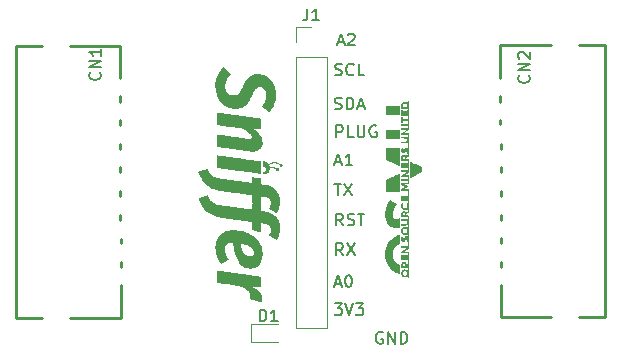
<source format=gbr>
%TF.GenerationSoftware,KiCad,Pcbnew,7.0.2*%
%TF.CreationDate,2023-11-04T13:58:57-04:00*%
%TF.ProjectId,AntSniffer,416e7453-6e69-4666-9665-722e6b696361,rev?*%
%TF.SameCoordinates,Original*%
%TF.FileFunction,Legend,Top*%
%TF.FilePolarity,Positive*%
%FSLAX46Y46*%
G04 Gerber Fmt 4.6, Leading zero omitted, Abs format (unit mm)*
G04 Created by KiCad (PCBNEW 7.0.2) date 2023-11-04 13:58:57*
%MOMM*%
%LPD*%
G01*
G04 APERTURE LIST*
%ADD10C,0.150000*%
%ADD11C,0.120000*%
%ADD12C,0.250000*%
G04 APERTURE END LIST*
D10*
X170551457Y-68067219D02*
X171170504Y-68067219D01*
X171170504Y-68067219D02*
X170837171Y-68448171D01*
X170837171Y-68448171D02*
X170980028Y-68448171D01*
X170980028Y-68448171D02*
X171075266Y-68495790D01*
X171075266Y-68495790D02*
X171122885Y-68543409D01*
X171122885Y-68543409D02*
X171170504Y-68638647D01*
X171170504Y-68638647D02*
X171170504Y-68876742D01*
X171170504Y-68876742D02*
X171122885Y-68971980D01*
X171122885Y-68971980D02*
X171075266Y-69019600D01*
X171075266Y-69019600D02*
X170980028Y-69067219D01*
X170980028Y-69067219D02*
X170694314Y-69067219D01*
X170694314Y-69067219D02*
X170599076Y-69019600D01*
X170599076Y-69019600D02*
X170551457Y-68971980D01*
X171456219Y-68067219D02*
X171789552Y-69067219D01*
X171789552Y-69067219D02*
X172122885Y-68067219D01*
X172360981Y-68067219D02*
X172980028Y-68067219D01*
X172980028Y-68067219D02*
X172646695Y-68448171D01*
X172646695Y-68448171D02*
X172789552Y-68448171D01*
X172789552Y-68448171D02*
X172884790Y-68495790D01*
X172884790Y-68495790D02*
X172932409Y-68543409D01*
X172932409Y-68543409D02*
X172980028Y-68638647D01*
X172980028Y-68638647D02*
X172980028Y-68876742D01*
X172980028Y-68876742D02*
X172932409Y-68971980D01*
X172932409Y-68971980D02*
X172884790Y-69019600D01*
X172884790Y-69019600D02*
X172789552Y-69067219D01*
X172789552Y-69067219D02*
X172503838Y-69067219D01*
X172503838Y-69067219D02*
X172408600Y-69019600D01*
X172408600Y-69019600D02*
X172360981Y-68971980D01*
X170529238Y-57932619D02*
X171100666Y-57932619D01*
X170814952Y-58932619D02*
X170814952Y-57932619D01*
X171338762Y-57932619D02*
X172005428Y-58932619D01*
X172005428Y-57932619D02*
X171338762Y-58932619D01*
X170697495Y-54005019D02*
X170697495Y-53005019D01*
X170697495Y-53005019D02*
X171078447Y-53005019D01*
X171078447Y-53005019D02*
X171173685Y-53052638D01*
X171173685Y-53052638D02*
X171221304Y-53100257D01*
X171221304Y-53100257D02*
X171268923Y-53195495D01*
X171268923Y-53195495D02*
X171268923Y-53338352D01*
X171268923Y-53338352D02*
X171221304Y-53433590D01*
X171221304Y-53433590D02*
X171173685Y-53481209D01*
X171173685Y-53481209D02*
X171078447Y-53528828D01*
X171078447Y-53528828D02*
X170697495Y-53528828D01*
X172173685Y-54005019D02*
X171697495Y-54005019D01*
X171697495Y-54005019D02*
X171697495Y-53005019D01*
X172507019Y-53005019D02*
X172507019Y-53814542D01*
X172507019Y-53814542D02*
X172554638Y-53909780D01*
X172554638Y-53909780D02*
X172602257Y-53957400D01*
X172602257Y-53957400D02*
X172697495Y-54005019D01*
X172697495Y-54005019D02*
X172887971Y-54005019D01*
X172887971Y-54005019D02*
X172983209Y-53957400D01*
X172983209Y-53957400D02*
X173030828Y-53909780D01*
X173030828Y-53909780D02*
X173078447Y-53814542D01*
X173078447Y-53814542D02*
X173078447Y-53005019D01*
X174078447Y-53052638D02*
X173983209Y-53005019D01*
X173983209Y-53005019D02*
X173840352Y-53005019D01*
X173840352Y-53005019D02*
X173697495Y-53052638D01*
X173697495Y-53052638D02*
X173602257Y-53147876D01*
X173602257Y-53147876D02*
X173554638Y-53243114D01*
X173554638Y-53243114D02*
X173507019Y-53433590D01*
X173507019Y-53433590D02*
X173507019Y-53576447D01*
X173507019Y-53576447D02*
X173554638Y-53766923D01*
X173554638Y-53766923D02*
X173602257Y-53862161D01*
X173602257Y-53862161D02*
X173697495Y-53957400D01*
X173697495Y-53957400D02*
X173840352Y-54005019D01*
X173840352Y-54005019D02*
X173935590Y-54005019D01*
X173935590Y-54005019D02*
X174078447Y-53957400D01*
X174078447Y-53957400D02*
X174126066Y-53909780D01*
X174126066Y-53909780D02*
X174126066Y-53576447D01*
X174126066Y-53576447D02*
X173935590Y-53576447D01*
X171268923Y-61472619D02*
X170935590Y-60996428D01*
X170697495Y-61472619D02*
X170697495Y-60472619D01*
X170697495Y-60472619D02*
X171078447Y-60472619D01*
X171078447Y-60472619D02*
X171173685Y-60520238D01*
X171173685Y-60520238D02*
X171221304Y-60567857D01*
X171221304Y-60567857D02*
X171268923Y-60663095D01*
X171268923Y-60663095D02*
X171268923Y-60805952D01*
X171268923Y-60805952D02*
X171221304Y-60901190D01*
X171221304Y-60901190D02*
X171173685Y-60948809D01*
X171173685Y-60948809D02*
X171078447Y-60996428D01*
X171078447Y-60996428D02*
X170697495Y-60996428D01*
X171649876Y-61425000D02*
X171792733Y-61472619D01*
X171792733Y-61472619D02*
X172030828Y-61472619D01*
X172030828Y-61472619D02*
X172126066Y-61425000D01*
X172126066Y-61425000D02*
X172173685Y-61377380D01*
X172173685Y-61377380D02*
X172221304Y-61282142D01*
X172221304Y-61282142D02*
X172221304Y-61186904D01*
X172221304Y-61186904D02*
X172173685Y-61091666D01*
X172173685Y-61091666D02*
X172126066Y-61044047D01*
X172126066Y-61044047D02*
X172030828Y-60996428D01*
X172030828Y-60996428D02*
X171840352Y-60948809D01*
X171840352Y-60948809D02*
X171745114Y-60901190D01*
X171745114Y-60901190D02*
X171697495Y-60853571D01*
X171697495Y-60853571D02*
X171649876Y-60758333D01*
X171649876Y-60758333D02*
X171649876Y-60663095D01*
X171649876Y-60663095D02*
X171697495Y-60567857D01*
X171697495Y-60567857D02*
X171745114Y-60520238D01*
X171745114Y-60520238D02*
X171840352Y-60472619D01*
X171840352Y-60472619D02*
X172078447Y-60472619D01*
X172078447Y-60472619D02*
X172221304Y-60520238D01*
X172507019Y-60472619D02*
X173078447Y-60472619D01*
X172792733Y-61472619D02*
X172792733Y-60472619D01*
X170827676Y-45946904D02*
X171303866Y-45946904D01*
X170732438Y-46232619D02*
X171065771Y-45232619D01*
X171065771Y-45232619D02*
X171399104Y-46232619D01*
X171684819Y-45327857D02*
X171732438Y-45280238D01*
X171732438Y-45280238D02*
X171827676Y-45232619D01*
X171827676Y-45232619D02*
X172065771Y-45232619D01*
X172065771Y-45232619D02*
X172161009Y-45280238D01*
X172161009Y-45280238D02*
X172208628Y-45327857D01*
X172208628Y-45327857D02*
X172256247Y-45423095D01*
X172256247Y-45423095D02*
X172256247Y-45518333D01*
X172256247Y-45518333D02*
X172208628Y-45661190D01*
X172208628Y-45661190D02*
X171637200Y-46232619D01*
X171637200Y-46232619D02*
X172256247Y-46232619D01*
X170599076Y-66393904D02*
X171075266Y-66393904D01*
X170503838Y-66679619D02*
X170837171Y-65679619D01*
X170837171Y-65679619D02*
X171170504Y-66679619D01*
X171694314Y-65679619D02*
X171789552Y-65679619D01*
X171789552Y-65679619D02*
X171884790Y-65727238D01*
X171884790Y-65727238D02*
X171932409Y-65774857D01*
X171932409Y-65774857D02*
X171980028Y-65870095D01*
X171980028Y-65870095D02*
X172027647Y-66060571D01*
X172027647Y-66060571D02*
X172027647Y-66298666D01*
X172027647Y-66298666D02*
X171980028Y-66489142D01*
X171980028Y-66489142D02*
X171932409Y-66584380D01*
X171932409Y-66584380D02*
X171884790Y-66632000D01*
X171884790Y-66632000D02*
X171789552Y-66679619D01*
X171789552Y-66679619D02*
X171694314Y-66679619D01*
X171694314Y-66679619D02*
X171599076Y-66632000D01*
X171599076Y-66632000D02*
X171551457Y-66584380D01*
X171551457Y-66584380D02*
X171503838Y-66489142D01*
X171503838Y-66489142D02*
X171456219Y-66298666D01*
X171456219Y-66298666D02*
X171456219Y-66060571D01*
X171456219Y-66060571D02*
X171503838Y-65870095D01*
X171503838Y-65870095D02*
X171551457Y-65774857D01*
X171551457Y-65774857D02*
X171599076Y-65727238D01*
X171599076Y-65727238D02*
X171694314Y-65679619D01*
X170573676Y-51595200D02*
X170716533Y-51642819D01*
X170716533Y-51642819D02*
X170954628Y-51642819D01*
X170954628Y-51642819D02*
X171049866Y-51595200D01*
X171049866Y-51595200D02*
X171097485Y-51547580D01*
X171097485Y-51547580D02*
X171145104Y-51452342D01*
X171145104Y-51452342D02*
X171145104Y-51357104D01*
X171145104Y-51357104D02*
X171097485Y-51261866D01*
X171097485Y-51261866D02*
X171049866Y-51214247D01*
X171049866Y-51214247D02*
X170954628Y-51166628D01*
X170954628Y-51166628D02*
X170764152Y-51119009D01*
X170764152Y-51119009D02*
X170668914Y-51071390D01*
X170668914Y-51071390D02*
X170621295Y-51023771D01*
X170621295Y-51023771D02*
X170573676Y-50928533D01*
X170573676Y-50928533D02*
X170573676Y-50833295D01*
X170573676Y-50833295D02*
X170621295Y-50738057D01*
X170621295Y-50738057D02*
X170668914Y-50690438D01*
X170668914Y-50690438D02*
X170764152Y-50642819D01*
X170764152Y-50642819D02*
X171002247Y-50642819D01*
X171002247Y-50642819D02*
X171145104Y-50690438D01*
X171573676Y-51642819D02*
X171573676Y-50642819D01*
X171573676Y-50642819D02*
X171811771Y-50642819D01*
X171811771Y-50642819D02*
X171954628Y-50690438D01*
X171954628Y-50690438D02*
X172049866Y-50785676D01*
X172049866Y-50785676D02*
X172097485Y-50880914D01*
X172097485Y-50880914D02*
X172145104Y-51071390D01*
X172145104Y-51071390D02*
X172145104Y-51214247D01*
X172145104Y-51214247D02*
X172097485Y-51404723D01*
X172097485Y-51404723D02*
X172049866Y-51499961D01*
X172049866Y-51499961D02*
X171954628Y-51595200D01*
X171954628Y-51595200D02*
X171811771Y-51642819D01*
X171811771Y-51642819D02*
X171573676Y-51642819D01*
X172526057Y-51357104D02*
X173002247Y-51357104D01*
X172430819Y-51642819D02*
X172764152Y-50642819D01*
X172764152Y-50642819D02*
X173097485Y-51642819D01*
X174624904Y-70527838D02*
X174529666Y-70480219D01*
X174529666Y-70480219D02*
X174386809Y-70480219D01*
X174386809Y-70480219D02*
X174243952Y-70527838D01*
X174243952Y-70527838D02*
X174148714Y-70623076D01*
X174148714Y-70623076D02*
X174101095Y-70718314D01*
X174101095Y-70718314D02*
X174053476Y-70908790D01*
X174053476Y-70908790D02*
X174053476Y-71051647D01*
X174053476Y-71051647D02*
X174101095Y-71242123D01*
X174101095Y-71242123D02*
X174148714Y-71337361D01*
X174148714Y-71337361D02*
X174243952Y-71432600D01*
X174243952Y-71432600D02*
X174386809Y-71480219D01*
X174386809Y-71480219D02*
X174482047Y-71480219D01*
X174482047Y-71480219D02*
X174624904Y-71432600D01*
X174624904Y-71432600D02*
X174672523Y-71384980D01*
X174672523Y-71384980D02*
X174672523Y-71051647D01*
X174672523Y-71051647D02*
X174482047Y-71051647D01*
X175101095Y-71480219D02*
X175101095Y-70480219D01*
X175101095Y-70480219D02*
X175672523Y-71480219D01*
X175672523Y-71480219D02*
X175672523Y-70480219D01*
X176148714Y-71480219D02*
X176148714Y-70480219D01*
X176148714Y-70480219D02*
X176386809Y-70480219D01*
X176386809Y-70480219D02*
X176529666Y-70527838D01*
X176529666Y-70527838D02*
X176624904Y-70623076D01*
X176624904Y-70623076D02*
X176672523Y-70718314D01*
X176672523Y-70718314D02*
X176720142Y-70908790D01*
X176720142Y-70908790D02*
X176720142Y-71051647D01*
X176720142Y-71051647D02*
X176672523Y-71242123D01*
X176672523Y-71242123D02*
X176624904Y-71337361D01*
X176624904Y-71337361D02*
X176529666Y-71432600D01*
X176529666Y-71432600D02*
X176386809Y-71480219D01*
X176386809Y-71480219D02*
X176148714Y-71480219D01*
X170624476Y-56106904D02*
X171100666Y-56106904D01*
X170529238Y-56392619D02*
X170862571Y-55392619D01*
X170862571Y-55392619D02*
X171195904Y-56392619D01*
X172053047Y-56392619D02*
X171481619Y-56392619D01*
X171767333Y-56392619D02*
X171767333Y-55392619D01*
X171767333Y-55392619D02*
X171672095Y-55535476D01*
X171672095Y-55535476D02*
X171576857Y-55630714D01*
X171576857Y-55630714D02*
X171481619Y-55678333D01*
X170599076Y-48725000D02*
X170741933Y-48772619D01*
X170741933Y-48772619D02*
X170980028Y-48772619D01*
X170980028Y-48772619D02*
X171075266Y-48725000D01*
X171075266Y-48725000D02*
X171122885Y-48677380D01*
X171122885Y-48677380D02*
X171170504Y-48582142D01*
X171170504Y-48582142D02*
X171170504Y-48486904D01*
X171170504Y-48486904D02*
X171122885Y-48391666D01*
X171122885Y-48391666D02*
X171075266Y-48344047D01*
X171075266Y-48344047D02*
X170980028Y-48296428D01*
X170980028Y-48296428D02*
X170789552Y-48248809D01*
X170789552Y-48248809D02*
X170694314Y-48201190D01*
X170694314Y-48201190D02*
X170646695Y-48153571D01*
X170646695Y-48153571D02*
X170599076Y-48058333D01*
X170599076Y-48058333D02*
X170599076Y-47963095D01*
X170599076Y-47963095D02*
X170646695Y-47867857D01*
X170646695Y-47867857D02*
X170694314Y-47820238D01*
X170694314Y-47820238D02*
X170789552Y-47772619D01*
X170789552Y-47772619D02*
X171027647Y-47772619D01*
X171027647Y-47772619D02*
X171170504Y-47820238D01*
X172170504Y-48677380D02*
X172122885Y-48725000D01*
X172122885Y-48725000D02*
X171980028Y-48772619D01*
X171980028Y-48772619D02*
X171884790Y-48772619D01*
X171884790Y-48772619D02*
X171741933Y-48725000D01*
X171741933Y-48725000D02*
X171646695Y-48629761D01*
X171646695Y-48629761D02*
X171599076Y-48534523D01*
X171599076Y-48534523D02*
X171551457Y-48344047D01*
X171551457Y-48344047D02*
X171551457Y-48201190D01*
X171551457Y-48201190D02*
X171599076Y-48010714D01*
X171599076Y-48010714D02*
X171646695Y-47915476D01*
X171646695Y-47915476D02*
X171741933Y-47820238D01*
X171741933Y-47820238D02*
X171884790Y-47772619D01*
X171884790Y-47772619D02*
X171980028Y-47772619D01*
X171980028Y-47772619D02*
X172122885Y-47820238D01*
X172122885Y-47820238D02*
X172170504Y-47867857D01*
X173075266Y-48772619D02*
X172599076Y-48772619D01*
X172599076Y-48772619D02*
X172599076Y-47772619D01*
X171268923Y-63987219D02*
X170935590Y-63511028D01*
X170697495Y-63987219D02*
X170697495Y-62987219D01*
X170697495Y-62987219D02*
X171078447Y-62987219D01*
X171078447Y-62987219D02*
X171173685Y-63034838D01*
X171173685Y-63034838D02*
X171221304Y-63082457D01*
X171221304Y-63082457D02*
X171268923Y-63177695D01*
X171268923Y-63177695D02*
X171268923Y-63320552D01*
X171268923Y-63320552D02*
X171221304Y-63415790D01*
X171221304Y-63415790D02*
X171173685Y-63463409D01*
X171173685Y-63463409D02*
X171078447Y-63511028D01*
X171078447Y-63511028D02*
X170697495Y-63511028D01*
X171602257Y-62987219D02*
X172268923Y-63987219D01*
X172268923Y-62987219D02*
X171602257Y-63987219D01*
%TO.C,J1*%
X168246466Y-43111619D02*
X168246466Y-43825904D01*
X168246466Y-43825904D02*
X168198847Y-43968761D01*
X168198847Y-43968761D02*
X168103609Y-44064000D01*
X168103609Y-44064000D02*
X167960752Y-44111619D01*
X167960752Y-44111619D02*
X167865514Y-44111619D01*
X169246466Y-44111619D02*
X168675038Y-44111619D01*
X168960752Y-44111619D02*
X168960752Y-43111619D01*
X168960752Y-43111619D02*
X168865514Y-43254476D01*
X168865514Y-43254476D02*
X168770276Y-43349714D01*
X168770276Y-43349714D02*
X168675038Y-43397333D01*
%TO.C,CN1*%
X150684580Y-48518676D02*
X150732200Y-48566295D01*
X150732200Y-48566295D02*
X150779819Y-48709152D01*
X150779819Y-48709152D02*
X150779819Y-48804390D01*
X150779819Y-48804390D02*
X150732200Y-48947247D01*
X150732200Y-48947247D02*
X150636961Y-49042485D01*
X150636961Y-49042485D02*
X150541723Y-49090104D01*
X150541723Y-49090104D02*
X150351247Y-49137723D01*
X150351247Y-49137723D02*
X150208390Y-49137723D01*
X150208390Y-49137723D02*
X150017914Y-49090104D01*
X150017914Y-49090104D02*
X149922676Y-49042485D01*
X149922676Y-49042485D02*
X149827438Y-48947247D01*
X149827438Y-48947247D02*
X149779819Y-48804390D01*
X149779819Y-48804390D02*
X149779819Y-48709152D01*
X149779819Y-48709152D02*
X149827438Y-48566295D01*
X149827438Y-48566295D02*
X149875057Y-48518676D01*
X150779819Y-48090104D02*
X149779819Y-48090104D01*
X149779819Y-48090104D02*
X150779819Y-47518676D01*
X150779819Y-47518676D02*
X149779819Y-47518676D01*
X150779819Y-46518676D02*
X150779819Y-47090104D01*
X150779819Y-46804390D02*
X149779819Y-46804390D01*
X149779819Y-46804390D02*
X149922676Y-46899628D01*
X149922676Y-46899628D02*
X150017914Y-46994866D01*
X150017914Y-46994866D02*
X150065533Y-47090104D01*
%TO.C,CN2*%
X187006580Y-48772676D02*
X187054200Y-48820295D01*
X187054200Y-48820295D02*
X187101819Y-48963152D01*
X187101819Y-48963152D02*
X187101819Y-49058390D01*
X187101819Y-49058390D02*
X187054200Y-49201247D01*
X187054200Y-49201247D02*
X186958961Y-49296485D01*
X186958961Y-49296485D02*
X186863723Y-49344104D01*
X186863723Y-49344104D02*
X186673247Y-49391723D01*
X186673247Y-49391723D02*
X186530390Y-49391723D01*
X186530390Y-49391723D02*
X186339914Y-49344104D01*
X186339914Y-49344104D02*
X186244676Y-49296485D01*
X186244676Y-49296485D02*
X186149438Y-49201247D01*
X186149438Y-49201247D02*
X186101819Y-49058390D01*
X186101819Y-49058390D02*
X186101819Y-48963152D01*
X186101819Y-48963152D02*
X186149438Y-48820295D01*
X186149438Y-48820295D02*
X186197057Y-48772676D01*
X187101819Y-48344104D02*
X186101819Y-48344104D01*
X186101819Y-48344104D02*
X187101819Y-47772676D01*
X187101819Y-47772676D02*
X186101819Y-47772676D01*
X186197057Y-47344104D02*
X186149438Y-47296485D01*
X186149438Y-47296485D02*
X186101819Y-47201247D01*
X186101819Y-47201247D02*
X186101819Y-46963152D01*
X186101819Y-46963152D02*
X186149438Y-46867914D01*
X186149438Y-46867914D02*
X186197057Y-46820295D01*
X186197057Y-46820295D02*
X186292295Y-46772676D01*
X186292295Y-46772676D02*
X186387533Y-46772676D01*
X186387533Y-46772676D02*
X186530390Y-46820295D01*
X186530390Y-46820295D02*
X187101819Y-47391723D01*
X187101819Y-47391723D02*
X187101819Y-46772676D01*
%TO.C,D1*%
X164209505Y-69593819D02*
X164209505Y-68593819D01*
X164209505Y-68593819D02*
X164447600Y-68593819D01*
X164447600Y-68593819D02*
X164590457Y-68641438D01*
X164590457Y-68641438D02*
X164685695Y-68736676D01*
X164685695Y-68736676D02*
X164733314Y-68831914D01*
X164733314Y-68831914D02*
X164780933Y-69022390D01*
X164780933Y-69022390D02*
X164780933Y-69165247D01*
X164780933Y-69165247D02*
X164733314Y-69355723D01*
X164733314Y-69355723D02*
X164685695Y-69450961D01*
X164685695Y-69450961D02*
X164590457Y-69546200D01*
X164590457Y-69546200D02*
X164447600Y-69593819D01*
X164447600Y-69593819D02*
X164209505Y-69593819D01*
X165733314Y-69593819D02*
X165161886Y-69593819D01*
X165447600Y-69593819D02*
X165447600Y-68593819D01*
X165447600Y-68593819D02*
X165352362Y-68736676D01*
X165352362Y-68736676D02*
X165257124Y-68831914D01*
X165257124Y-68831914D02*
X165161886Y-68879533D01*
D11*
%TO.C,J1*%
X167249800Y-44649000D02*
X168579800Y-44649000D01*
X167249800Y-45979000D02*
X167249800Y-44649000D01*
X167249800Y-47249000D02*
X167249800Y-70169000D01*
X167249800Y-47249000D02*
X169909800Y-47249000D01*
X167249800Y-70169000D02*
X169909800Y-70169000D01*
X169909800Y-47249000D02*
X169909800Y-70169000D01*
%TO.C,Ge*%
G36*
X176087774Y-53793464D02*
G01*
X176089720Y-54159161D01*
X175496961Y-54159161D01*
X174904202Y-54159161D01*
X174906148Y-53793464D01*
X174908095Y-53427767D01*
X175496961Y-53427767D01*
X176085827Y-53427767D01*
X176087774Y-53793464D01*
G37*
G36*
X176087775Y-51712012D02*
G01*
X176088163Y-51798545D01*
X176088306Y-51871134D01*
X176088181Y-51930835D01*
X176087767Y-51978706D01*
X176087041Y-52015804D01*
X176085983Y-52043186D01*
X176084570Y-52061908D01*
X176082781Y-52073027D01*
X176080594Y-52077601D01*
X176080273Y-52077773D01*
X176071439Y-52078319D01*
X176048768Y-52078792D01*
X176013425Y-52079187D01*
X175966576Y-52079501D01*
X175909388Y-52079731D01*
X175843024Y-52079874D01*
X175768652Y-52079925D01*
X175687436Y-52079883D01*
X175600543Y-52079744D01*
X175509138Y-52079504D01*
X175489460Y-52079440D01*
X174908095Y-52077501D01*
X174908095Y-51713680D01*
X174908095Y-51349858D01*
X175496961Y-51349858D01*
X176085827Y-51349858D01*
X176087775Y-51712012D01*
G37*
G36*
X176089578Y-55693213D02*
G01*
X176089524Y-55799228D01*
X176089368Y-55900914D01*
X176089116Y-55997279D01*
X176088777Y-56087332D01*
X176088357Y-56170080D01*
X176087863Y-56244534D01*
X176087303Y-56309700D01*
X176086684Y-56364587D01*
X176086014Y-56408203D01*
X176085299Y-56439557D01*
X176084547Y-56457657D01*
X176083952Y-56461939D01*
X176076474Y-56458783D01*
X176056423Y-56449677D01*
X176024788Y-56435085D01*
X175982560Y-56415470D01*
X175930729Y-56391294D01*
X175870284Y-56363020D01*
X175802217Y-56331112D01*
X175727516Y-56296032D01*
X175647172Y-56258244D01*
X175562175Y-56218210D01*
X175493210Y-56185687D01*
X174908095Y-55909611D01*
X174906166Y-55416962D01*
X174904237Y-54924312D01*
X175496907Y-54924312D01*
X176089578Y-54924312D01*
X176089578Y-55693213D01*
G37*
G36*
X176954414Y-56067782D02*
G01*
X176974832Y-56077167D01*
X177006512Y-56092164D01*
X177048365Y-56112244D01*
X177099302Y-56136879D01*
X177158234Y-56165542D01*
X177224070Y-56197704D01*
X177295724Y-56232837D01*
X177372104Y-56270413D01*
X177437561Y-56302708D01*
X177919674Y-56540880D01*
X177919806Y-56760776D01*
X177919938Y-56980671D01*
X177464223Y-57206035D01*
X177366063Y-57254557D01*
X177280522Y-57296788D01*
X177206787Y-57333124D01*
X177144046Y-57363957D01*
X177091485Y-57389683D01*
X177048291Y-57410694D01*
X177013651Y-57427384D01*
X176986753Y-57440148D01*
X176966784Y-57449378D01*
X176952931Y-57455470D01*
X176944380Y-57458816D01*
X176940373Y-57459811D01*
X176939921Y-57452483D01*
X176939488Y-57431193D01*
X176939080Y-57396984D01*
X176938700Y-57350896D01*
X176938354Y-57293970D01*
X176938046Y-57227249D01*
X176937782Y-57151773D01*
X176937565Y-57068584D01*
X176937400Y-56978723D01*
X176937292Y-56883233D01*
X176937246Y-56783153D01*
X176937245Y-56762173D01*
X176937286Y-56638732D01*
X176937415Y-56529574D01*
X176937642Y-56433978D01*
X176937977Y-56351224D01*
X176938428Y-56280593D01*
X176939005Y-56221363D01*
X176939717Y-56172815D01*
X176940574Y-56134228D01*
X176941585Y-56104883D01*
X176942760Y-56084059D01*
X176944107Y-56071036D01*
X176945637Y-56065094D01*
X176946346Y-56064536D01*
X176954414Y-56067782D01*
G37*
G36*
X176085708Y-57062067D02*
G01*
X176086301Y-57083415D01*
X176086864Y-57117781D01*
X176087390Y-57164175D01*
X176087873Y-57221605D01*
X176088307Y-57289078D01*
X176088688Y-57365604D01*
X176089009Y-57450189D01*
X176089263Y-57541843D01*
X176089447Y-57639573D01*
X176089553Y-57742388D01*
X176089578Y-57823868D01*
X176089543Y-57953011D01*
X176089434Y-58067875D01*
X176089242Y-58169184D01*
X176088958Y-58257662D01*
X176088572Y-58334032D01*
X176088077Y-58399018D01*
X176087464Y-58453345D01*
X176086723Y-58497735D01*
X176085846Y-58532913D01*
X176084825Y-58559603D01*
X176083649Y-58578528D01*
X176082312Y-58590413D01*
X176080803Y-58595980D01*
X176080201Y-58596584D01*
X176071378Y-58597126D01*
X176048719Y-58597594D01*
X176013387Y-58597985D01*
X175966549Y-58598296D01*
X175909370Y-58598523D01*
X175843015Y-58598663D01*
X175768651Y-58598712D01*
X175687441Y-58598668D01*
X175600553Y-58598528D01*
X175509151Y-58598287D01*
X175489460Y-58598223D01*
X174908095Y-58596285D01*
X174906166Y-58104025D01*
X174905822Y-58001820D01*
X174905656Y-57913704D01*
X174905682Y-57838764D01*
X174905915Y-57776087D01*
X174906368Y-57724760D01*
X174907053Y-57683870D01*
X174907987Y-57652504D01*
X174909181Y-57629749D01*
X174910649Y-57614692D01*
X174912407Y-57606419D01*
X174913668Y-57604281D01*
X174921618Y-57600121D01*
X174941894Y-57590219D01*
X174973293Y-57575139D01*
X175014611Y-57555445D01*
X175064646Y-57531702D01*
X175122193Y-57504475D01*
X175186049Y-57474327D01*
X175255012Y-57441825D01*
X175327878Y-57407531D01*
X175403443Y-57372010D01*
X175480504Y-57335828D01*
X175557859Y-57299548D01*
X175634303Y-57263736D01*
X175708634Y-57228954D01*
X175779648Y-57195769D01*
X175846141Y-57164744D01*
X175906911Y-57136445D01*
X175960755Y-57111435D01*
X176006468Y-57090278D01*
X176042848Y-57073541D01*
X176068692Y-57061786D01*
X176082795Y-57055579D01*
X176085089Y-57054731D01*
X176085708Y-57062067D01*
G37*
G36*
X176089578Y-62627209D02*
G01*
X176089578Y-63017358D01*
X176033566Y-63044299D01*
X175941239Y-63095835D01*
X175851590Y-63159556D01*
X175767183Y-63233051D01*
X175690581Y-63313906D01*
X175624348Y-63399712D01*
X175580411Y-63470554D01*
X175535709Y-63566637D01*
X175503269Y-63669431D01*
X175483117Y-63776966D01*
X175475278Y-63887273D01*
X175479778Y-63998381D01*
X175496642Y-64108322D01*
X175525896Y-64215124D01*
X175567566Y-64316819D01*
X175569403Y-64320574D01*
X175617826Y-64404400D01*
X175678974Y-64486642D01*
X175750581Y-64565111D01*
X175830381Y-64637614D01*
X175916107Y-64701959D01*
X176005493Y-64755956D01*
X176035192Y-64771027D01*
X176089578Y-64797302D01*
X176089578Y-65186412D01*
X176089471Y-65261376D01*
X176089164Y-65331723D01*
X176088677Y-65396044D01*
X176088031Y-65452926D01*
X176087246Y-65500959D01*
X176086343Y-65538730D01*
X176085343Y-65564829D01*
X176084266Y-65577844D01*
X176083863Y-65579055D01*
X176073156Y-65578826D01*
X176051024Y-65573504D01*
X176019817Y-65563948D01*
X175981882Y-65551018D01*
X175939568Y-65535572D01*
X175895221Y-65518470D01*
X175851191Y-65500571D01*
X175809825Y-65482733D01*
X175773471Y-65465818D01*
X175770765Y-65464488D01*
X175669156Y-65410587D01*
X175577278Y-65353404D01*
X175490984Y-65289981D01*
X175406124Y-65217359D01*
X175351446Y-65165468D01*
X175239950Y-65046654D01*
X175142484Y-64922804D01*
X175058794Y-64793471D01*
X174988625Y-64658203D01*
X174931724Y-64516552D01*
X174887835Y-64368066D01*
X174879084Y-64330803D01*
X174853883Y-64189591D01*
X174839269Y-64041307D01*
X174835262Y-63889524D01*
X174841878Y-63737817D01*
X174859136Y-63589760D01*
X174875002Y-63502250D01*
X174912388Y-63358849D01*
X174963844Y-63218414D01*
X175028540Y-63082154D01*
X175105645Y-62951278D01*
X175194330Y-62826995D01*
X175293765Y-62710514D01*
X175403119Y-62603043D01*
X175521564Y-62505792D01*
X175594480Y-62454292D01*
X175654487Y-62417027D01*
X175721990Y-62379735D01*
X175793777Y-62343861D01*
X175866635Y-62310853D01*
X175937352Y-62282158D01*
X176002716Y-62259223D01*
X176059512Y-62243497D01*
X176065198Y-62242248D01*
X176089578Y-62237059D01*
X176089578Y-62627209D01*
G37*
G36*
X175535427Y-59467299D02*
G01*
X175802689Y-59652651D01*
X175759627Y-59713334D01*
X175690640Y-59819196D01*
X175629400Y-59930656D01*
X175577991Y-60043620D01*
X175543243Y-60138804D01*
X175521084Y-60213641D01*
X175504970Y-60282659D01*
X175493966Y-60351362D01*
X175487139Y-60425256D01*
X175484219Y-60486785D01*
X175482812Y-60535730D01*
X175482417Y-60573076D01*
X175483240Y-60602204D01*
X175485490Y-60626495D01*
X175489373Y-60649332D01*
X175495097Y-60674095D01*
X175495891Y-60677252D01*
X175519863Y-60747168D01*
X175553441Y-60806667D01*
X175595944Y-60855073D01*
X175646689Y-60891711D01*
X175704992Y-60915905D01*
X175745809Y-60924526D01*
X175812017Y-60927479D01*
X175872114Y-60916886D01*
X175926268Y-60892646D01*
X175974645Y-60854661D01*
X176017413Y-60802829D01*
X176053099Y-60740466D01*
X176066594Y-60713231D01*
X176077709Y-60691999D01*
X176084847Y-60679761D01*
X176086470Y-60677944D01*
X176087003Y-60685239D01*
X176087508Y-60706295D01*
X176087976Y-60739870D01*
X176088400Y-60784723D01*
X176088770Y-60839612D01*
X176089081Y-60903296D01*
X176089323Y-60974532D01*
X176089489Y-61052079D01*
X176089570Y-61134696D01*
X176089578Y-61168669D01*
X176089578Y-61659395D01*
X176053057Y-61667227D01*
X176031693Y-61670832D01*
X175999509Y-61675066D01*
X175960644Y-61679434D01*
X175919237Y-61683438D01*
X175913680Y-61683924D01*
X175798121Y-61688190D01*
X175684512Y-61681299D01*
X175575444Y-61663619D01*
X175473507Y-61635518D01*
X175414534Y-61612813D01*
X175322164Y-61564717D01*
X175235994Y-61503599D01*
X175156588Y-61430342D01*
X175084509Y-61345828D01*
X175020322Y-61250939D01*
X174964589Y-61146558D01*
X174917875Y-61033566D01*
X174880743Y-60912846D01*
X174853758Y-60785281D01*
X174844413Y-60720567D01*
X174840992Y-60681934D01*
X174838541Y-60632057D01*
X174837060Y-60574666D01*
X174836551Y-60513489D01*
X174837015Y-60452254D01*
X174838453Y-60394691D01*
X174840866Y-60344528D01*
X174844255Y-60305493D01*
X174844284Y-60305257D01*
X174870680Y-60138707D01*
X174908736Y-59977358D01*
X174957975Y-59822523D01*
X175017920Y-59675513D01*
X175088095Y-59537641D01*
X175168024Y-59410219D01*
X175170656Y-59406444D01*
X175192975Y-59375245D01*
X175215134Y-59345460D01*
X175234008Y-59321234D01*
X175243029Y-59310439D01*
X175268166Y-59281948D01*
X175535427Y-59467299D01*
G37*
G36*
X176847227Y-52143830D02*
G01*
X176847227Y-53354134D01*
X176645599Y-53507223D01*
X176443971Y-53660313D01*
X176645599Y-53662309D01*
X176847227Y-53664305D01*
X176847151Y-54645002D01*
X176847075Y-55625700D01*
X176744006Y-55697192D01*
X176640936Y-55768683D01*
X176638718Y-55819091D01*
X176636500Y-55869498D01*
X176741863Y-55869498D01*
X176847227Y-55869498D01*
X176847227Y-56396746D01*
X176847227Y-56923995D01*
X176645056Y-57077505D01*
X176442884Y-57231016D01*
X176645056Y-57233012D01*
X176847227Y-57235008D01*
X176847227Y-57609838D01*
X176847227Y-57984669D01*
X176646562Y-57986667D01*
X176445898Y-57988665D01*
X176618432Y-58074932D01*
X176790966Y-58161199D01*
X176793222Y-58204537D01*
X176795477Y-58247875D01*
X176620688Y-58333316D01*
X176445898Y-58418756D01*
X176646562Y-58419378D01*
X176847227Y-58420000D01*
X176847227Y-59402402D01*
X176847227Y-60384804D01*
X176742206Y-60457710D01*
X176637186Y-60530616D01*
X176637186Y-60577813D01*
X176637186Y-60625011D01*
X176740331Y-60627098D01*
X176843476Y-60629185D01*
X176845372Y-62002374D01*
X176847267Y-63375563D01*
X176645408Y-63528925D01*
X176443548Y-63682286D01*
X176645388Y-63684282D01*
X176847227Y-63686278D01*
X176847227Y-64796376D01*
X176847227Y-65906474D01*
X176824722Y-65906474D01*
X176802218Y-65906474D01*
X176802218Y-65807829D01*
X176802218Y-65709184D01*
X176780830Y-65738709D01*
X176738383Y-65784998D01*
X176686582Y-65821456D01*
X176627878Y-65847513D01*
X176564722Y-65862602D01*
X176517162Y-65865192D01*
X176499565Y-65866150D01*
X176434855Y-65857590D01*
X176373045Y-65836352D01*
X176369010Y-65834434D01*
X176312157Y-65799091D01*
X176265178Y-65754132D01*
X176228388Y-65701501D01*
X176202098Y-65643144D01*
X176186622Y-65581003D01*
X176182740Y-65523898D01*
X176311622Y-65523898D01*
X176316117Y-65572352D01*
X176331492Y-65612937D01*
X176359352Y-65649580D01*
X176365570Y-65655820D01*
X176405741Y-65687449D01*
X176449511Y-65706450D01*
X176500361Y-65714169D01*
X176517162Y-65714489D01*
X176563127Y-65711474D01*
X176600049Y-65701756D01*
X176633104Y-65683428D01*
X176659347Y-65662093D01*
X176695194Y-65620944D01*
X176716727Y-65575699D01*
X176723761Y-65527269D01*
X176716114Y-65476567D01*
X176703398Y-65443277D01*
X176676672Y-65403097D01*
X176640208Y-65371927D01*
X176596590Y-65350216D01*
X176548400Y-65338411D01*
X176498221Y-65336962D01*
X176448635Y-65346316D01*
X176402225Y-65366921D01*
X176375250Y-65386334D01*
X176341240Y-65422587D01*
X176320654Y-65462876D01*
X176312065Y-65510289D01*
X176311622Y-65523898D01*
X176182740Y-65523898D01*
X176182273Y-65517026D01*
X176189363Y-65453155D01*
X176208207Y-65391337D01*
X176239117Y-65333515D01*
X176280350Y-65283654D01*
X176332425Y-65240112D01*
X176387991Y-65210019D01*
X176449010Y-65192670D01*
X176517446Y-65187360D01*
X176546012Y-65188366D01*
X176613236Y-65199370D01*
X176674124Y-65223811D01*
X176729356Y-65262017D01*
X176760170Y-65291799D01*
X176802218Y-65337216D01*
X176802218Y-65201762D01*
X176802218Y-65066308D01*
X176497594Y-65066308D01*
X176322124Y-65066308D01*
X176192971Y-65066308D01*
X176196099Y-64916279D01*
X176322124Y-64916279D01*
X176430895Y-64916279D01*
X176539666Y-64916279D01*
X176539090Y-64854391D01*
X176537717Y-64820976D01*
X176534618Y-64789450D01*
X176530419Y-64765889D01*
X176529696Y-64763295D01*
X176516277Y-64734388D01*
X176495338Y-64715449D01*
X176464790Y-64705238D01*
X176427198Y-64702487D01*
X176397894Y-64703299D01*
X176378783Y-64706528D01*
X176365106Y-64713364D01*
X176357220Y-64719982D01*
X176339473Y-64745749D01*
X176327971Y-64784093D01*
X176322590Y-64835513D01*
X176322124Y-64859589D01*
X176322124Y-64916279D01*
X176196099Y-64916279D01*
X176196451Y-64899400D01*
X176197871Y-64841279D01*
X176199531Y-64795952D01*
X176201616Y-64761208D01*
X176204309Y-64734840D01*
X176207794Y-64714636D01*
X176212253Y-64698388D01*
X176213433Y-64694985D01*
X176235609Y-64645873D01*
X176263180Y-64608878D01*
X176298201Y-64581491D01*
X176312718Y-64573652D01*
X176334679Y-64563644D01*
X176354196Y-64557373D01*
X176376007Y-64553989D01*
X176404850Y-64552643D01*
X176430895Y-64552457D01*
X176467152Y-64552896D01*
X176493177Y-64554787D01*
X176513730Y-64558994D01*
X176533569Y-64566379D01*
X176549790Y-64574003D01*
X176585613Y-64596633D01*
X176613922Y-64626440D01*
X176635404Y-64664943D01*
X176650748Y-64713659D01*
X176660641Y-64774107D01*
X176664901Y-64828136D01*
X176669482Y-64916279D01*
X176735850Y-64916279D01*
X176802218Y-64916279D01*
X176802218Y-64676231D01*
X176802218Y-64436184D01*
X176498301Y-64436184D01*
X176194385Y-64436184D01*
X176196367Y-64201763D01*
X176198349Y-63967342D01*
X176262112Y-63967342D01*
X176325874Y-63967342D01*
X176327896Y-64130499D01*
X176329918Y-64293656D01*
X176393534Y-64293656D01*
X176457150Y-64293656D01*
X176457150Y-64147377D01*
X176457150Y-64001098D01*
X176520913Y-64001098D01*
X176584675Y-64001098D01*
X176584675Y-64147377D01*
X176584675Y-64293656D01*
X176648294Y-64293656D01*
X176711913Y-64293656D01*
X176713932Y-64126748D01*
X176715951Y-63959840D01*
X176759085Y-63957591D01*
X176802218Y-63955341D01*
X176802218Y-63891953D01*
X176802218Y-63828565D01*
X176498408Y-63828565D01*
X176194598Y-63828565D01*
X176194598Y-63761490D01*
X176194598Y-63694415D01*
X176399653Y-63538321D01*
X176604708Y-63382227D01*
X176399653Y-63380233D01*
X176194598Y-63378239D01*
X176194598Y-63303342D01*
X176194598Y-63228446D01*
X176498408Y-63228446D01*
X176802218Y-63228446D01*
X176802218Y-63009682D01*
X176802218Y-62790918D01*
X176771720Y-62833509D01*
X176741222Y-62876099D01*
X176696705Y-62841125D01*
X176668681Y-62818975D01*
X176651254Y-62803091D01*
X176643541Y-62790081D01*
X176644657Y-62776554D01*
X176653718Y-62759120D01*
X176669140Y-62735453D01*
X176686333Y-62707724D01*
X176701016Y-62681264D01*
X176710364Y-62661212D01*
X176711126Y-62659090D01*
X176717857Y-62626993D01*
X176719191Y-62591288D01*
X176715264Y-62558347D01*
X176708580Y-62538563D01*
X176690907Y-62518624D01*
X176667132Y-62510438D01*
X176641569Y-62514955D01*
X176630660Y-62521364D01*
X176621584Y-62529565D01*
X176613278Y-62541109D01*
X176604843Y-62558138D01*
X176595382Y-62582798D01*
X176583995Y-62617234D01*
X176569784Y-62663590D01*
X176566577Y-62674303D01*
X176545433Y-62732909D01*
X176520508Y-62777899D01*
X176490623Y-62810432D01*
X176454598Y-62831666D01*
X176411255Y-62842762D01*
X176393421Y-62844512D01*
X176344285Y-62843998D01*
X176304359Y-62834597D01*
X176269916Y-62815027D01*
X176246337Y-62793832D01*
X176215924Y-62754755D01*
X176195572Y-62709504D01*
X176183986Y-62654958D01*
X176182315Y-62639580D01*
X176182509Y-62592693D01*
X176190075Y-62540655D01*
X176203727Y-62488088D01*
X176222174Y-62439612D01*
X176244130Y-62399847D01*
X176252131Y-62389175D01*
X176266840Y-62371315D01*
X176319666Y-62406441D01*
X176372491Y-62441567D01*
X176347284Y-62489038D01*
X176326979Y-62534911D01*
X176315247Y-62578405D01*
X176311868Y-62617676D01*
X176316624Y-62650877D01*
X176329298Y-62676163D01*
X176349672Y-62691689D01*
X176371721Y-62695842D01*
X176388065Y-62693257D01*
X176401981Y-62684276D01*
X176414643Y-62667055D01*
X176427223Y-62639753D01*
X176440896Y-62600528D01*
X176448840Y-62574766D01*
X176468066Y-62515439D01*
X176486552Y-62469131D01*
X176505263Y-62433956D01*
X176525164Y-62408027D01*
X176541709Y-62393322D01*
X176585028Y-62370009D01*
X176633016Y-62359158D01*
X176682275Y-62360657D01*
X176729408Y-62374393D01*
X176771018Y-62400255D01*
X176771773Y-62400898D01*
X176802218Y-62426957D01*
X176802218Y-62271467D01*
X176802218Y-62115977D01*
X176780674Y-62145717D01*
X176738619Y-62191468D01*
X176687080Y-62227615D01*
X176628564Y-62253577D01*
X176565574Y-62268773D01*
X176517162Y-62271642D01*
X176500615Y-62272622D01*
X176436190Y-62264544D01*
X176374803Y-62243956D01*
X176369010Y-62241226D01*
X176312448Y-62206004D01*
X176265627Y-62161072D01*
X176228873Y-62108405D01*
X176202514Y-62049977D01*
X176186878Y-61987760D01*
X176182293Y-61923729D01*
X176182969Y-61917376D01*
X176309681Y-61917376D01*
X176312395Y-61963844D01*
X176328305Y-62009174D01*
X176356553Y-62049878D01*
X176394707Y-62085284D01*
X176435265Y-62107645D01*
X176481920Y-62118582D01*
X176517162Y-62120332D01*
X176564287Y-62117134D01*
X176602421Y-62106774D01*
X176636600Y-62087409D01*
X176660343Y-62067986D01*
X176695720Y-62027133D01*
X176716906Y-61981903D01*
X176723691Y-61933365D01*
X176715862Y-61882587D01*
X176703398Y-61850070D01*
X176679050Y-61813785D01*
X176644116Y-61782043D01*
X176602992Y-61758582D01*
X176590153Y-61753734D01*
X176555505Y-61746466D01*
X176514886Y-61744287D01*
X176473939Y-61746959D01*
X176438308Y-61754244D01*
X176421619Y-61760838D01*
X176376132Y-61791500D01*
X176342008Y-61829168D01*
X176319705Y-61871805D01*
X176309681Y-61917376D01*
X176182969Y-61917376D01*
X176189085Y-61859858D01*
X176207583Y-61798120D01*
X176238114Y-61740489D01*
X176277868Y-61692033D01*
X176328187Y-61648653D01*
X176380231Y-61618581D01*
X176436772Y-61600779D01*
X176500580Y-61594212D01*
X176537560Y-61594894D01*
X176574043Y-61597490D01*
X176601538Y-61601774D01*
X176626057Y-61609232D01*
X176653612Y-61621349D01*
X176662867Y-61625866D01*
X176712638Y-61655649D01*
X176755662Y-61693796D01*
X176760170Y-61698592D01*
X176802218Y-61744009D01*
X176802218Y-61559545D01*
X176802218Y-61375082D01*
X176775712Y-61401587D01*
X176734750Y-61433555D01*
X176684394Y-61458520D01*
X176638692Y-61472168D01*
X176618296Y-61474787D01*
X176584755Y-61476999D01*
X176539920Y-61478739D01*
X176485644Y-61479942D01*
X176423781Y-61480544D01*
X176396497Y-61480602D01*
X176194055Y-61480602D01*
X176196202Y-61407463D01*
X176198349Y-61334324D01*
X176412141Y-61330573D01*
X176474493Y-61329439D01*
X176523711Y-61328367D01*
X176561662Y-61327194D01*
X176590213Y-61325755D01*
X176611232Y-61323886D01*
X176626586Y-61321424D01*
X176638142Y-61318203D01*
X176647767Y-61314060D01*
X176656930Y-61309059D01*
X176690484Y-61282217D01*
X176711138Y-61247811D01*
X176718589Y-61206427D01*
X176718055Y-61190788D01*
X176710854Y-61153112D01*
X176694814Y-61124501D01*
X176667489Y-61101455D01*
X176648048Y-61090526D01*
X176636718Y-61084998D01*
X176625877Y-61080655D01*
X176613580Y-61077330D01*
X176597883Y-61074853D01*
X176576839Y-61073059D01*
X176548505Y-61071778D01*
X176510934Y-61070842D01*
X176462182Y-61070085D01*
X176402764Y-61069367D01*
X176194598Y-61066963D01*
X176194598Y-60995739D01*
X176194598Y-60924516D01*
X176425455Y-60926880D01*
X176656311Y-60929244D01*
X176706118Y-60953778D01*
X176734840Y-60970040D01*
X176761346Y-60988626D01*
X176779072Y-61004674D01*
X176802218Y-61031036D01*
X176802218Y-60903250D01*
X176802218Y-60775464D01*
X176497548Y-60775464D01*
X176322124Y-60775464D01*
X176192877Y-60775464D01*
X176195689Y-60625434D01*
X176322124Y-60625434D01*
X176415892Y-60625434D01*
X176509660Y-60625434D01*
X176509660Y-60545927D01*
X176508638Y-60500688D01*
X176505403Y-60468059D01*
X176499701Y-60445776D01*
X176498047Y-60441946D01*
X176482520Y-60419907D01*
X176459620Y-60406641D01*
X176426648Y-60400878D01*
X176409707Y-60400390D01*
X176379511Y-60402781D01*
X176356864Y-60411082D01*
X176340789Y-60426984D01*
X176330313Y-60452176D01*
X176324462Y-60488351D01*
X176322260Y-60537199D01*
X176322165Y-60552295D01*
X176322124Y-60625434D01*
X176195689Y-60625434D01*
X176196216Y-60597303D01*
X176197418Y-60539499D01*
X176198726Y-60494415D01*
X176200339Y-60459770D01*
X176202458Y-60433282D01*
X176205285Y-60412670D01*
X176209018Y-60395651D01*
X176213860Y-60379943D01*
X176215799Y-60374482D01*
X176238384Y-60327635D01*
X176268363Y-60292518D01*
X176306828Y-60268493D01*
X176354867Y-60254922D01*
X176413572Y-60251166D01*
X176425887Y-60251504D01*
X176480658Y-60257264D01*
X176524034Y-60270359D01*
X176558235Y-60291823D01*
X176585482Y-60322687D01*
X176588426Y-60327128D01*
X176601862Y-60346440D01*
X176612718Y-60359305D01*
X176617184Y-60362475D01*
X176625264Y-60358550D01*
X176643235Y-60347481D01*
X176668742Y-60330792D01*
X176699427Y-60310001D01*
X176712453Y-60300995D01*
X176801468Y-60239108D01*
X176801843Y-60117018D01*
X176802218Y-59994928D01*
X176759066Y-60039028D01*
X176734396Y-60062305D01*
X176709105Y-60083044D01*
X176688172Y-60097204D01*
X176685927Y-60098403D01*
X176623012Y-60123007D01*
X176556246Y-60135763D01*
X176488653Y-60136744D01*
X176423260Y-60126027D01*
X176363091Y-60103686D01*
X176338411Y-60089787D01*
X176307498Y-60065861D01*
X176274829Y-60033601D01*
X176244560Y-59997708D01*
X176220848Y-59962882D01*
X176213078Y-59948059D01*
X176191437Y-59883946D01*
X176182583Y-59816488D01*
X176186113Y-59748413D01*
X176201622Y-59682448D01*
X176228707Y-59621323D01*
X176266965Y-59567765D01*
X176269856Y-59564580D01*
X176301388Y-59530373D01*
X176324883Y-59550011D01*
X176345228Y-59567395D01*
X176368732Y-59587992D01*
X176377328Y-59595663D01*
X176406278Y-59621677D01*
X176380030Y-59649087D01*
X176361237Y-59671291D01*
X176345054Y-59694672D01*
X176340717Y-59702413D01*
X176330512Y-59732816D01*
X176324661Y-59771301D01*
X176323670Y-59811449D01*
X176328048Y-59846842D01*
X176328993Y-59850591D01*
X176345991Y-59889751D01*
X176373472Y-59927056D01*
X176407296Y-59957288D01*
X176419993Y-59965304D01*
X176439625Y-59974990D01*
X176459127Y-59980687D01*
X176483563Y-59983372D01*
X176517162Y-59984019D01*
X176564264Y-59981514D01*
X176601225Y-59973067D01*
X176632233Y-59957181D01*
X176661350Y-59932484D01*
X176689091Y-59896884D01*
X176705524Y-59855635D01*
X176711749Y-59805777D01*
X176711871Y-59796521D01*
X176707519Y-59746307D01*
X176693246Y-59703797D01*
X176667230Y-59664065D01*
X176659421Y-59654833D01*
X176634675Y-59626648D01*
X176681398Y-59580308D01*
X176728122Y-59533969D01*
X176765170Y-59573875D01*
X176802218Y-59613781D01*
X176802218Y-59515739D01*
X176802218Y-59417696D01*
X176498408Y-59417696D01*
X176194598Y-59417696D01*
X176194598Y-59185150D01*
X176194598Y-58952605D01*
X176262112Y-58952605D01*
X176329625Y-58952605D01*
X176329625Y-59113886D01*
X176329625Y-59275168D01*
X176393388Y-59275168D01*
X176457150Y-59275168D01*
X176457150Y-59128889D01*
X176457150Y-58982611D01*
X176520913Y-58982611D01*
X176584675Y-58982611D01*
X176584675Y-59128889D01*
X176584675Y-59275168D01*
X176648294Y-59275168D01*
X176711913Y-59275168D01*
X176713932Y-59108260D01*
X176715951Y-58941352D01*
X176759085Y-58939103D01*
X176802218Y-58936853D01*
X176802218Y-58753441D01*
X176802218Y-58570029D01*
X176498408Y-58570029D01*
X176194598Y-58570029D01*
X176194598Y-58470166D01*
X176194598Y-58370303D01*
X176370566Y-58288314D01*
X176417611Y-58266125D01*
X176459508Y-58245845D01*
X176494528Y-58228353D01*
X176520946Y-58214529D01*
X176537033Y-58205250D01*
X176541225Y-58201484D01*
X176533228Y-58197078D01*
X176513541Y-58187241D01*
X176484069Y-58172895D01*
X176446714Y-58154960D01*
X176403378Y-58134357D01*
X176367132Y-58117254D01*
X176198349Y-58037863D01*
X176196256Y-57940125D01*
X176194163Y-57842386D01*
X176498191Y-57842386D01*
X176802218Y-57842386D01*
X176802218Y-57763621D01*
X176802218Y-57684855D01*
X176498408Y-57684855D01*
X176194598Y-57684855D01*
X176194598Y-57609840D01*
X176194598Y-57534826D01*
X176498408Y-57534826D01*
X176802218Y-57534826D01*
X176802218Y-57456060D01*
X176802218Y-57377295D01*
X176498408Y-57377295D01*
X176194598Y-57377295D01*
X176194598Y-57310153D01*
X176194598Y-57243011D01*
X176401818Y-57085108D01*
X176609037Y-56927206D01*
X176401818Y-56927206D01*
X176194598Y-56927206D01*
X176194598Y-56852191D01*
X176194598Y-56777176D01*
X176498408Y-56777176D01*
X176802218Y-56777176D01*
X176802218Y-56698411D01*
X176802218Y-56619645D01*
X176498408Y-56619645D01*
X176194598Y-56619645D01*
X176194598Y-56387100D01*
X176194598Y-56154554D01*
X176262112Y-56154554D01*
X176329625Y-56154554D01*
X176329625Y-56315836D01*
X176329625Y-56477117D01*
X176393388Y-56477117D01*
X176457150Y-56477117D01*
X176457150Y-56330839D01*
X176457150Y-56184560D01*
X176520913Y-56184560D01*
X176584675Y-56184560D01*
X176584675Y-56330839D01*
X176584675Y-56477117D01*
X176648294Y-56477117D01*
X176711913Y-56477117D01*
X176713932Y-56310210D01*
X176715951Y-56143302D01*
X176759085Y-56141052D01*
X176802218Y-56138802D01*
X176802218Y-56075414D01*
X176802218Y-56012026D01*
X176498408Y-56012026D01*
X176322124Y-56012026D01*
X176194598Y-56012026D01*
X176194654Y-55869498D01*
X176322124Y-55869498D01*
X176415892Y-55869498D01*
X176509660Y-55869498D01*
X176509660Y-55790491D01*
X176508157Y-55739488D01*
X176503670Y-55702632D01*
X176498678Y-55685201D01*
X176480566Y-55660262D01*
X176452224Y-55644159D01*
X176416372Y-55638150D01*
X176398936Y-55639026D01*
X176371737Y-55644982D01*
X176351445Y-55657051D01*
X176337202Y-55676992D01*
X176328148Y-55706565D01*
X176323425Y-55747532D01*
X176322165Y-55796358D01*
X176322124Y-55869498D01*
X176194654Y-55869498D01*
X176194655Y-55867622D01*
X176195722Y-55787927D01*
X176199102Y-55721573D01*
X176205163Y-55667023D01*
X176214276Y-55622742D01*
X176226811Y-55587193D01*
X176243136Y-55558840D01*
X176263621Y-55536148D01*
X176277010Y-55525368D01*
X176316588Y-55504779D01*
X176364753Y-55492312D01*
X176417264Y-55488307D01*
X176469881Y-55493105D01*
X176516166Y-55506153D01*
X176536573Y-55517736D01*
X176559209Y-55535679D01*
X176580679Y-55556574D01*
X176597590Y-55577012D01*
X176606548Y-55593584D01*
X176607180Y-55597553D01*
X176608180Y-55603168D01*
X176612267Y-55604884D01*
X176621070Y-55601814D01*
X176636219Y-55593069D01*
X176659342Y-55577764D01*
X176692069Y-55555010D01*
X176714857Y-55538926D01*
X176802218Y-55477097D01*
X176802218Y-55390771D01*
X176802218Y-55304445D01*
X176771661Y-55347118D01*
X176741103Y-55389790D01*
X176713524Y-55367645D01*
X176689402Y-55347999D01*
X176664534Y-55327349D01*
X176659698Y-55323271D01*
X176633451Y-55301044D01*
X176657948Y-55266933D01*
X176691463Y-55212732D01*
X176712193Y-55161648D01*
X176719616Y-55114985D01*
X176719629Y-55113351D01*
X176716260Y-55078300D01*
X176706913Y-55049643D01*
X176692929Y-55030804D01*
X176685609Y-55026491D01*
X176661706Y-55021395D01*
X176640976Y-55026559D01*
X176622551Y-55042985D01*
X176605566Y-55071677D01*
X176589156Y-55113636D01*
X176577481Y-55151667D01*
X176557465Y-55214482D01*
X176536389Y-55263770D01*
X176512958Y-55301005D01*
X176485881Y-55327661D01*
X176453864Y-55345212D01*
X176415614Y-55355132D01*
X176396995Y-55357413D01*
X176341666Y-55356232D01*
X176293808Y-55342063D01*
X176253616Y-55315021D01*
X176221286Y-55275217D01*
X176206842Y-55247739D01*
X176187931Y-55187802D01*
X176181929Y-55122811D01*
X176188693Y-55055106D01*
X176208078Y-54987031D01*
X176225262Y-54947869D01*
X176241222Y-54917165D01*
X176254034Y-54899050D01*
X176267034Y-54892579D01*
X176283558Y-54896813D01*
X176306941Y-54910808D01*
X176321526Y-54920679D01*
X176373597Y-54956258D01*
X176355038Y-54985658D01*
X176332549Y-55028355D01*
X176318164Y-55070828D01*
X176311719Y-55111037D01*
X176313051Y-55146943D01*
X176321998Y-55176506D01*
X176338395Y-55197684D01*
X176362081Y-55208439D01*
X176372910Y-55209368D01*
X176390493Y-55205104D01*
X176406265Y-55191380D01*
X176421095Y-55166794D01*
X176435848Y-55129947D01*
X176449754Y-55085225D01*
X176471094Y-55019640D01*
X176494194Y-54967834D01*
X176520074Y-54928602D01*
X176549751Y-54900738D01*
X176584246Y-54883037D01*
X176624576Y-54874293D01*
X176628344Y-54873920D01*
X176684185Y-54874909D01*
X176732582Y-54888540D01*
X176772987Y-54914656D01*
X176773745Y-54915336D01*
X176802218Y-54941060D01*
X176802218Y-54673624D01*
X176802218Y-54406188D01*
X176779072Y-54432550D01*
X176760205Y-54449488D01*
X176733454Y-54468057D01*
X176706119Y-54483446D01*
X176656312Y-54507980D01*
X176425455Y-54510255D01*
X176194598Y-54512531D01*
X176194598Y-54441389D01*
X176194598Y-54370247D01*
X176406515Y-54367849D01*
X176468434Y-54367119D01*
X176517238Y-54366385D01*
X176554815Y-54365484D01*
X176583053Y-54364252D01*
X176603840Y-54362527D01*
X176619062Y-54360146D01*
X176630607Y-54356946D01*
X176640364Y-54352764D01*
X176650220Y-54347436D01*
X176651524Y-54346698D01*
X176684457Y-54323782D01*
X176704923Y-54297770D01*
X176715438Y-54264752D01*
X176717798Y-54243654D01*
X176715573Y-54200985D01*
X176701974Y-54167167D01*
X176675959Y-54140175D01*
X176658944Y-54129155D01*
X176648967Y-54123693D01*
X176639229Y-54119375D01*
X176627850Y-54116029D01*
X176612952Y-54113485D01*
X176592659Y-54111570D01*
X176565091Y-54110115D01*
X176528370Y-54108947D01*
X176480619Y-54107895D01*
X176419959Y-54106788D01*
X176412141Y-54106651D01*
X176198349Y-54102900D01*
X176196202Y-54029761D01*
X176194055Y-53956621D01*
X176396497Y-53956621D01*
X176460950Y-53956957D01*
X176518578Y-53957920D01*
X176567530Y-53959446D01*
X176605953Y-53961471D01*
X176631994Y-53963930D01*
X176638692Y-53965056D01*
X176693116Y-53982223D01*
X176742266Y-54008514D01*
X176775712Y-54035636D01*
X176802218Y-54062142D01*
X176802218Y-53934367D01*
X176802218Y-53806592D01*
X176498408Y-53806592D01*
X176194598Y-53806592D01*
X176194598Y-53739784D01*
X176194598Y-53672976D01*
X176399839Y-53516615D01*
X176605079Y-53360254D01*
X176399839Y-53358260D01*
X176194598Y-53356266D01*
X176194598Y-53281370D01*
X176194598Y-53206474D01*
X176498408Y-53206474D01*
X176802218Y-53206474D01*
X176802218Y-53127708D01*
X176802218Y-53048943D01*
X176498408Y-53048943D01*
X176194598Y-53048943D01*
X176194598Y-52977679D01*
X176194598Y-52906414D01*
X176498408Y-52906414D01*
X176802218Y-52906414D01*
X176802218Y-52763886D01*
X176802218Y-52621358D01*
X176562171Y-52621358D01*
X176322124Y-52621358D01*
X176322124Y-52711376D01*
X176322124Y-52801394D01*
X176258263Y-52801394D01*
X176194401Y-52801394D01*
X176196375Y-52544468D01*
X176198349Y-52287543D01*
X176260236Y-52285364D01*
X176322124Y-52283185D01*
X176322124Y-52377257D01*
X176322124Y-52471329D01*
X176562171Y-52471329D01*
X176802218Y-52471329D01*
X176802218Y-52328801D01*
X176802218Y-52186273D01*
X176498408Y-52186273D01*
X176194598Y-52186273D01*
X176194598Y-51949976D01*
X176194598Y-51713680D01*
X176262112Y-51713680D01*
X176329625Y-51713680D01*
X176329625Y-51874961D01*
X176329625Y-52036243D01*
X176393226Y-52036243D01*
X176456826Y-52036243D01*
X176458864Y-51891840D01*
X176460901Y-51747436D01*
X176520913Y-51747436D01*
X176580924Y-51747436D01*
X176582962Y-51891840D01*
X176584999Y-52036243D01*
X176648600Y-52036243D01*
X176712200Y-52036243D01*
X176712200Y-51871211D01*
X176712200Y-51706178D01*
X176757209Y-51706178D01*
X176802218Y-51706178D01*
X176802218Y-51642416D01*
X176802218Y-51578653D01*
X176498408Y-51578653D01*
X176319942Y-51578653D01*
X176194598Y-51578653D01*
X176194860Y-51441751D01*
X176195054Y-51428624D01*
X176319942Y-51428624D01*
X176516071Y-51428624D01*
X176712200Y-51428624D01*
X176712200Y-51354552D01*
X176710469Y-51304995D01*
X176705458Y-51265991D01*
X176700627Y-51247656D01*
X176678238Y-51205508D01*
X176644768Y-51172546D01*
X176601622Y-51149645D01*
X176550210Y-51137678D01*
X176520913Y-51136066D01*
X176464865Y-51141700D01*
X176418105Y-51158786D01*
X176379908Y-51187602D01*
X176376150Y-51191551D01*
X176357660Y-51214122D01*
X176344365Y-51237569D01*
X176335194Y-51265287D01*
X176329075Y-51300674D01*
X176324936Y-51347126D01*
X176324405Y-51355484D01*
X176319942Y-51428624D01*
X176195054Y-51428624D01*
X176195948Y-51368182D01*
X176199126Y-51307245D01*
X176204726Y-51256672D01*
X176213080Y-51214194D01*
X176224522Y-51177544D01*
X176238070Y-51147005D01*
X176263320Y-51107289D01*
X176296348Y-51069172D01*
X176332180Y-51038124D01*
X176344628Y-51029840D01*
X176389232Y-51009475D01*
X176443033Y-50995429D01*
X176501309Y-50988425D01*
X176559338Y-50989185D01*
X176587091Y-50992755D01*
X176650213Y-51008820D01*
X176702862Y-51033916D01*
X176747543Y-51069546D01*
X176781001Y-51109061D01*
X176802218Y-51138317D01*
X176802218Y-51035922D01*
X176802218Y-50933526D01*
X176824722Y-50933526D01*
X176847227Y-50933526D01*
X176847227Y-52143830D01*
G37*
%TO.C,G\u002A\u002A\u002A*%
G36*
X160608587Y-55534953D02*
G01*
X160638328Y-55538903D01*
X160685499Y-55545286D01*
X160748911Y-55553935D01*
X160827376Y-55564685D01*
X160919704Y-55577373D01*
X161024707Y-55591831D01*
X161141195Y-55607897D01*
X161267980Y-55625404D01*
X161403873Y-55644187D01*
X161547684Y-55664081D01*
X161698225Y-55684922D01*
X161854306Y-55706543D01*
X162014740Y-55728781D01*
X162178336Y-55751470D01*
X162343906Y-55774444D01*
X162510260Y-55797540D01*
X162676211Y-55820591D01*
X162840568Y-55843433D01*
X163002143Y-55865900D01*
X163159748Y-55887828D01*
X163312192Y-55909052D01*
X163458287Y-55929406D01*
X163596844Y-55948725D01*
X163726674Y-55966844D01*
X163846588Y-55983599D01*
X163955397Y-55998824D01*
X164051913Y-56012354D01*
X164134945Y-56024023D01*
X164203306Y-56033668D01*
X164255806Y-56041123D01*
X164291256Y-56046222D01*
X164308467Y-56048801D01*
X164309100Y-56048907D01*
X164341600Y-56054506D01*
X164341600Y-56573462D01*
X164341460Y-56673390D01*
X164341057Y-56767143D01*
X164340419Y-56852843D01*
X164339571Y-56928614D01*
X164338542Y-56992576D01*
X164337358Y-57042853D01*
X164336046Y-57077567D01*
X164334633Y-57094840D01*
X164334100Y-57096430D01*
X164323584Y-57095478D01*
X164294230Y-57091883D01*
X164247011Y-57085777D01*
X164182895Y-57077292D01*
X164102853Y-57066563D01*
X164007854Y-57053720D01*
X163898870Y-57038898D01*
X163776869Y-57022229D01*
X163642822Y-57003846D01*
X163497699Y-56983881D01*
X163342469Y-56962467D01*
X163178103Y-56939737D01*
X163005572Y-56915825D01*
X162825844Y-56890862D01*
X162639890Y-56864981D01*
X162456600Y-56839422D01*
X160586600Y-56578403D01*
X160584011Y-56056001D01*
X160583479Y-55939892D01*
X160583156Y-55842214D01*
X160583083Y-55761398D01*
X160583301Y-55695876D01*
X160583849Y-55644080D01*
X160584769Y-55604441D01*
X160586100Y-55575390D01*
X160587883Y-55555360D01*
X160590158Y-55542782D01*
X160592966Y-55536087D01*
X160596348Y-55533707D01*
X160597466Y-55533600D01*
X160608587Y-55534953D01*
G37*
G36*
X160596440Y-65284959D02*
G01*
X160625499Y-65288946D01*
X160672428Y-65295426D01*
X160736257Y-65304265D01*
X160816015Y-65315328D01*
X160910735Y-65328480D01*
X161019446Y-65343586D01*
X161141179Y-65360511D01*
X161274965Y-65379120D01*
X161419833Y-65399279D01*
X161574815Y-65420853D01*
X161738941Y-65443707D01*
X161911241Y-65467706D01*
X162090747Y-65492715D01*
X162276488Y-65518600D01*
X162455833Y-65543600D01*
X162646644Y-65570193D01*
X162832184Y-65596037D01*
X163011480Y-65620997D01*
X163183560Y-65644937D01*
X163347449Y-65667723D01*
X163502174Y-65689220D01*
X163646761Y-65709293D01*
X163780237Y-65727807D01*
X163901629Y-65744627D01*
X164009964Y-65759617D01*
X164104267Y-65772644D01*
X164183565Y-65783571D01*
X164246885Y-65792265D01*
X164293254Y-65798590D01*
X164321697Y-65802411D01*
X164331214Y-65803600D01*
X164334033Y-65812787D01*
X164336397Y-65840515D01*
X164338312Y-65887028D01*
X164339785Y-65952573D01*
X164340819Y-66037396D01*
X164341422Y-66141742D01*
X164341601Y-66254963D01*
X164341601Y-66706326D01*
X164014101Y-66699546D01*
X163686600Y-66692766D01*
X163767666Y-66736879D01*
X163916966Y-66826198D01*
X164048244Y-66921769D01*
X164161258Y-67023319D01*
X164255764Y-67130577D01*
X164331521Y-67243271D01*
X164388287Y-67361130D01*
X164422964Y-67471507D01*
X164431699Y-67511537D01*
X164437249Y-67547873D01*
X164440009Y-67586297D01*
X164440377Y-67632591D01*
X164438749Y-67692538D01*
X164438526Y-67698600D01*
X164434648Y-67761594D01*
X164428099Y-67823849D01*
X164419538Y-67881592D01*
X164409626Y-67931054D01*
X164399023Y-67968461D01*
X164388388Y-67990042D01*
X164387312Y-67991222D01*
X164377060Y-67989436D01*
X164349857Y-67982397D01*
X164307862Y-67970753D01*
X164253234Y-67955154D01*
X164188130Y-67936249D01*
X164114710Y-67914688D01*
X164035132Y-67891119D01*
X163951555Y-67866191D01*
X163866137Y-67840554D01*
X163781036Y-67814856D01*
X163698411Y-67789748D01*
X163620421Y-67765878D01*
X163549224Y-67743895D01*
X163486978Y-67724448D01*
X163435843Y-67708188D01*
X163397977Y-67695761D01*
X163375537Y-67687819D01*
X163370216Y-67685338D01*
X163369325Y-67673200D01*
X163372266Y-67646297D01*
X163378437Y-67609365D01*
X163382548Y-67588600D01*
X163398733Y-67484743D01*
X163402111Y-67387952D01*
X163392059Y-67297541D01*
X163367955Y-67212827D01*
X163329175Y-67133126D01*
X163275095Y-67057754D01*
X163205093Y-66986026D01*
X163118546Y-66917259D01*
X163014830Y-66850770D01*
X162893322Y-66785873D01*
X162753399Y-66721884D01*
X162594438Y-66658121D01*
X162504640Y-66625039D01*
X162362680Y-66574098D01*
X161480668Y-66453529D01*
X161350111Y-66435637D01*
X161225200Y-66418431D01*
X161107359Y-66402112D01*
X160998013Y-66386881D01*
X160898586Y-66372941D01*
X160810503Y-66360491D01*
X160735187Y-66349734D01*
X160674063Y-66340870D01*
X160628556Y-66334101D01*
X160600090Y-66329628D01*
X160590128Y-66327689D01*
X160588713Y-66317214D01*
X160587397Y-66289103D01*
X160586189Y-66245615D01*
X160585097Y-66189011D01*
X160584129Y-66121550D01*
X160583295Y-66045491D01*
X160582602Y-65963096D01*
X160582059Y-65876623D01*
X160581674Y-65788333D01*
X160581457Y-65700486D01*
X160581414Y-65615340D01*
X160581556Y-65535157D01*
X160581890Y-65462196D01*
X160582424Y-65398716D01*
X160583168Y-65346979D01*
X160584129Y-65309243D01*
X160585317Y-65287768D01*
X160586219Y-65283600D01*
X160596440Y-65284959D01*
G37*
G36*
X161343626Y-48204020D02*
G01*
X161400514Y-48263052D01*
X161461813Y-48326821D01*
X161523184Y-48390802D01*
X161580288Y-48450472D01*
X161628786Y-48501305D01*
X161637978Y-48510966D01*
X161763825Y-48643333D01*
X161693347Y-48718800D01*
X161580705Y-48851108D01*
X161487663Y-48986121D01*
X161413912Y-49124633D01*
X161359144Y-49267440D01*
X161323050Y-49415335D01*
X161305322Y-49569114D01*
X161305072Y-49718600D01*
X161315897Y-49835580D01*
X161336950Y-49940228D01*
X161369594Y-50038141D01*
X161398576Y-50102655D01*
X161457494Y-50200810D01*
X161529593Y-50284210D01*
X161614025Y-50352355D01*
X161709938Y-50404741D01*
X161816483Y-50440868D01*
X161932809Y-50460232D01*
X162009579Y-50463600D01*
X162100126Y-50457440D01*
X162189283Y-50440008D01*
X162270146Y-50412874D01*
X162304846Y-50396409D01*
X162358735Y-50361729D01*
X162412161Y-50315028D01*
X162465803Y-50255284D01*
X162520339Y-50181475D01*
X162576450Y-50092580D01*
X162634814Y-49987575D01*
X162696110Y-49865438D01*
X162761016Y-49725147D01*
X162781631Y-49678600D01*
X162866396Y-49496983D01*
X162953145Y-49334732D01*
X163042647Y-49191251D01*
X163135672Y-49065942D01*
X163232988Y-48958209D01*
X163335366Y-48867454D01*
X163443573Y-48793082D01*
X163558379Y-48734494D01*
X163680554Y-48691094D01*
X163810866Y-48662285D01*
X163950084Y-48647470D01*
X164098978Y-48646053D01*
X164111600Y-48646512D01*
X164282274Y-48662910D01*
X164446841Y-48697882D01*
X164604345Y-48750674D01*
X164753832Y-48820535D01*
X164894348Y-48906713D01*
X165024938Y-49008457D01*
X165144647Y-49125013D01*
X165252521Y-49255631D01*
X165347606Y-49399557D01*
X165428946Y-49556042D01*
X165495587Y-49724331D01*
X165501181Y-49741095D01*
X165546266Y-49900780D01*
X165577625Y-50064866D01*
X165595846Y-50237277D01*
X165601518Y-50413661D01*
X165593120Y-50624891D01*
X165567680Y-50825676D01*
X165525175Y-51016076D01*
X165465580Y-51196155D01*
X165388871Y-51365974D01*
X165295024Y-51525594D01*
X165184015Y-51675078D01*
X165055819Y-51814487D01*
X165054976Y-51815315D01*
X164966600Y-51902031D01*
X164680508Y-51620176D01*
X164394415Y-51338322D01*
X164458892Y-51263461D01*
X164553863Y-51142612D01*
X164632627Y-51019861D01*
X164694032Y-50897211D01*
X164734973Y-50783532D01*
X164760272Y-50672881D01*
X164775205Y-50555408D01*
X164779549Y-50436995D01*
X164773080Y-50323523D01*
X164756231Y-50223600D01*
X164723083Y-50121872D01*
X164675072Y-50029155D01*
X164614005Y-49947383D01*
X164541691Y-49878491D01*
X164459936Y-49824412D01*
X164370549Y-49787081D01*
X164340670Y-49778997D01*
X164238665Y-49763803D01*
X164141386Y-49766953D01*
X164050294Y-49788085D01*
X163966850Y-49826838D01*
X163892515Y-49882851D01*
X163882693Y-49892272D01*
X163842368Y-49936180D01*
X163802027Y-49988732D01*
X163760757Y-50051549D01*
X163717647Y-50126252D01*
X163671786Y-50214462D01*
X163622261Y-50317800D01*
X163568162Y-50437888D01*
X163541747Y-50498600D01*
X163480976Y-50635592D01*
X163423740Y-50755798D01*
X163368548Y-50861788D01*
X163313910Y-50956133D01*
X163258334Y-51041403D01*
X163200330Y-51120171D01*
X163138406Y-51195007D01*
X163136963Y-51196658D01*
X163038233Y-51298070D01*
X162933306Y-51382985D01*
X162820402Y-51452247D01*
X162697741Y-51506703D01*
X162563541Y-51547199D01*
X162416023Y-51574580D01*
X162319100Y-51585173D01*
X162140038Y-51590698D01*
X161962769Y-51577511D01*
X161789002Y-51546193D01*
X161620445Y-51497327D01*
X161458807Y-51431494D01*
X161305798Y-51349275D01*
X161163125Y-51251253D01*
X161047311Y-51152223D01*
X160919050Y-51017190D01*
X160806243Y-50869673D01*
X160709161Y-50710207D01*
X160628073Y-50539325D01*
X160563251Y-50357561D01*
X160514964Y-50165450D01*
X160497121Y-50065774D01*
X160491011Y-50020599D01*
X160484716Y-49963749D01*
X160478602Y-49899827D01*
X160473033Y-49833437D01*
X160468373Y-49769183D01*
X160464986Y-49711670D01*
X160463236Y-49665501D01*
X160463310Y-49638600D01*
X160464382Y-49617319D01*
X160466366Y-49581006D01*
X160468987Y-49534593D01*
X160471970Y-49483014D01*
X160472228Y-49478600D01*
X160493556Y-49268897D01*
X160532421Y-49068753D01*
X160588868Y-48878025D01*
X160662944Y-48696572D01*
X160754693Y-48524254D01*
X160809142Y-48438600D01*
X160859640Y-48367574D01*
X160916561Y-48294293D01*
X160976325Y-48222930D01*
X161035353Y-48157652D01*
X161090067Y-48102632D01*
X161122008Y-48074020D01*
X161175121Y-48029441D01*
X161343626Y-48204020D01*
G37*
G36*
X164564383Y-56027786D02*
G01*
X164652642Y-56044636D01*
X164731377Y-56070705D01*
X164789295Y-56100303D01*
X164818370Y-56117793D01*
X164841088Y-56129851D01*
X164851298Y-56133600D01*
X164864541Y-56140872D01*
X164868843Y-56146100D01*
X164879785Y-56158776D01*
X164901023Y-56180645D01*
X164928225Y-56207261D01*
X164931840Y-56210711D01*
X164986600Y-56262822D01*
X165026894Y-56235711D01*
X165052677Y-56221541D01*
X165091912Y-56203762D01*
X165138981Y-56184785D01*
X165181894Y-56169191D01*
X165296600Y-56129783D01*
X165471600Y-56130208D01*
X165535536Y-56130513D01*
X165583928Y-56131426D01*
X165621233Y-56133479D01*
X165651910Y-56137205D01*
X165680413Y-56143137D01*
X165711201Y-56151805D01*
X165746600Y-56163053D01*
X165796752Y-56180717D01*
X165847374Y-56200896D01*
X165890562Y-56220349D01*
X165906608Y-56228631D01*
X165943770Y-56247457D01*
X165974142Y-56257241D01*
X166007286Y-56260460D01*
X166029076Y-56260355D01*
X166064677Y-56260432D01*
X166087724Y-56264313D01*
X166105613Y-56274408D01*
X166123901Y-56291285D01*
X166142620Y-56312228D01*
X166152319Y-56332063D01*
X166155880Y-56358861D01*
X166156267Y-56382006D01*
X166154522Y-56419944D01*
X166146669Y-56445545D01*
X166128782Y-56466350D01*
X166101875Y-56486509D01*
X166067167Y-56500389D01*
X166024873Y-56503525D01*
X165983853Y-56496150D01*
X165957749Y-56482717D01*
X165925034Y-56447246D01*
X165906713Y-56406010D01*
X165904806Y-56367719D01*
X165906081Y-56348875D01*
X165901044Y-56333774D01*
X165886869Y-56320080D01*
X165860730Y-56305456D01*
X165819800Y-56287567D01*
X165796250Y-56278008D01*
X165731191Y-56253218D01*
X165675672Y-56235831D01*
X165623394Y-56224744D01*
X165568061Y-56218852D01*
X165503376Y-56217053D01*
X165451600Y-56217588D01*
X165392898Y-56219033D01*
X165348941Y-56221237D01*
X165314476Y-56224996D01*
X165284249Y-56231104D01*
X165253006Y-56240358D01*
X165216600Y-56253149D01*
X165161003Y-56274372D01*
X165111777Y-56295076D01*
X165071909Y-56313836D01*
X165044383Y-56329231D01*
X165032184Y-56339835D01*
X165031846Y-56341268D01*
X165034935Y-56353962D01*
X165042723Y-56379632D01*
X165051846Y-56407652D01*
X165062456Y-56442889D01*
X165069626Y-56473445D01*
X165071600Y-56489062D01*
X165072315Y-56497731D01*
X165076462Y-56503946D01*
X165087041Y-56508268D01*
X165107056Y-56511259D01*
X165139510Y-56513480D01*
X165187403Y-56515492D01*
X165219100Y-56516630D01*
X165275062Y-56518978D01*
X165327204Y-56521836D01*
X165370665Y-56524893D01*
X165400581Y-56527834D01*
X165406600Y-56528717D01*
X165435586Y-56535911D01*
X165476149Y-56548758D01*
X165522607Y-56565139D01*
X165569277Y-56582935D01*
X165610478Y-56600029D01*
X165640526Y-56614301D01*
X165648237Y-56618802D01*
X165665876Y-56627251D01*
X165683578Y-56625163D01*
X165701291Y-56617255D01*
X165743590Y-56606524D01*
X165787016Y-56615415D01*
X165830315Y-56643630D01*
X165854193Y-56669803D01*
X165866057Y-56699506D01*
X165869284Y-56719972D01*
X165866632Y-56770929D01*
X165848262Y-56812602D01*
X165817115Y-56842897D01*
X165776135Y-56859725D01*
X165728263Y-56860995D01*
X165687084Y-56849446D01*
X165655429Y-56829489D01*
X165634969Y-56798835D01*
X165623307Y-56753614D01*
X165622059Y-56744463D01*
X165618588Y-56721823D01*
X165612261Y-56706676D01*
X165598913Y-56694942D01*
X165574378Y-56682541D01*
X165546600Y-56670549D01*
X165491178Y-56648219D01*
X165442345Y-56632037D01*
X165394336Y-56620834D01*
X165341384Y-56613441D01*
X165277724Y-56608689D01*
X165231256Y-56606590D01*
X165085911Y-56601020D01*
X165069779Y-56679810D01*
X165059520Y-56729411D01*
X165051891Y-56763896D01*
X165045590Y-56787758D01*
X165039313Y-56805491D01*
X165031755Y-56821589D01*
X165024900Y-56834484D01*
X164969704Y-56919144D01*
X164902697Y-56993140D01*
X164826596Y-57054596D01*
X164744115Y-57101634D01*
X164657968Y-57132379D01*
X164576037Y-57144747D01*
X164516600Y-57147524D01*
X164513731Y-57061928D01*
X164510862Y-56976332D01*
X164548731Y-56971205D01*
X164579243Y-56963019D01*
X164615862Y-56947688D01*
X164636600Y-56936663D01*
X164668680Y-56914577D01*
X164692898Y-56888462D01*
X164715578Y-56851258D01*
X164719100Y-56844550D01*
X164743889Y-56783795D01*
X164751279Y-56727914D01*
X164741472Y-56672281D01*
X164728087Y-56638527D01*
X164690655Y-56580180D01*
X164639490Y-56536368D01*
X164574649Y-56507139D01*
X164571309Y-56506137D01*
X164511628Y-56488600D01*
X164510849Y-56413600D01*
X164510247Y-56375094D01*
X164509385Y-56343334D01*
X164508438Y-56324599D01*
X164508335Y-56323600D01*
X164507899Y-56308591D01*
X164507887Y-56277626D01*
X164508273Y-56234741D01*
X164509030Y-56183974D01*
X164509383Y-56164849D01*
X164512165Y-56021098D01*
X164564383Y-56027786D01*
G37*
G36*
X160610785Y-51904954D02*
G01*
X160640718Y-51908907D01*
X160688079Y-51915294D01*
X160751676Y-51923949D01*
X160830320Y-51934708D01*
X160922821Y-51947403D01*
X161027988Y-51961871D01*
X161144630Y-51977947D01*
X161271559Y-51995464D01*
X161407582Y-52014257D01*
X161551510Y-52034162D01*
X161702153Y-52055013D01*
X161858319Y-52076644D01*
X162018820Y-52098891D01*
X162182464Y-52121587D01*
X162348062Y-52144569D01*
X162514422Y-52167670D01*
X162680355Y-52190725D01*
X162844671Y-52213569D01*
X163006178Y-52236036D01*
X163163687Y-52257962D01*
X163316007Y-52279181D01*
X163461948Y-52299527D01*
X163600320Y-52318836D01*
X163729932Y-52336942D01*
X163849594Y-52353680D01*
X163958116Y-52368884D01*
X164054307Y-52382390D01*
X164136977Y-52394031D01*
X164204936Y-52403644D01*
X164256993Y-52411061D01*
X164291958Y-52416119D01*
X164308642Y-52418651D01*
X164309100Y-52418731D01*
X164341600Y-52424506D01*
X164341600Y-52872386D01*
X164341511Y-52965051D01*
X164341254Y-53051424D01*
X164340848Y-53129479D01*
X164340313Y-53197190D01*
X164339666Y-53252533D01*
X164338926Y-53293482D01*
X164338112Y-53318011D01*
X164337448Y-53324433D01*
X164326681Y-53325318D01*
X164298864Y-53325467D01*
X164256932Y-53324924D01*
X164203819Y-53323735D01*
X164142462Y-53321945D01*
X164114948Y-53321024D01*
X164044739Y-53318846D01*
X163975671Y-53317167D01*
X163912231Y-53316063D01*
X163858906Y-53315608D01*
X163820181Y-53315877D01*
X163814585Y-53316024D01*
X163732570Y-53318600D01*
X163834117Y-53393600D01*
X163954849Y-53489967D01*
X164065749Y-53592911D01*
X164164970Y-53700232D01*
X164250666Y-53809731D01*
X164320988Y-53919207D01*
X164374091Y-54026463D01*
X164381872Y-54045866D01*
X164423685Y-54175765D01*
X164449116Y-54304485D01*
X164458485Y-54430377D01*
X164452114Y-54551795D01*
X164430321Y-54667092D01*
X164393427Y-54774620D01*
X164341753Y-54872733D01*
X164275618Y-54959783D01*
X164195342Y-55034124D01*
X164188764Y-55039139D01*
X164085643Y-55104633D01*
X163969878Y-55156388D01*
X163843965Y-55193731D01*
X163710404Y-55215986D01*
X163571692Y-55222479D01*
X163516600Y-55220585D01*
X163494916Y-55218506D01*
X163454652Y-55213751D01*
X163397025Y-55206486D01*
X163323253Y-55196879D01*
X163234552Y-55185095D01*
X163132141Y-55171300D01*
X163017236Y-55155662D01*
X162891055Y-55138345D01*
X162754814Y-55119516D01*
X162609732Y-55099341D01*
X162457024Y-55077988D01*
X162297910Y-55055621D01*
X162133605Y-55032407D01*
X162005516Y-55014229D01*
X161839926Y-54990692D01*
X161679768Y-54967939D01*
X161526158Y-54946128D01*
X161380214Y-54925418D01*
X161243052Y-54905966D01*
X161115789Y-54887932D01*
X160999542Y-54871472D01*
X160895429Y-54856744D01*
X160804566Y-54843908D01*
X160728069Y-54833121D01*
X160667057Y-54824541D01*
X160622646Y-54818327D01*
X160595953Y-54814635D01*
X160588016Y-54813600D01*
X160586791Y-54803907D01*
X160585642Y-54776061D01*
X160584593Y-54731906D01*
X160583665Y-54673288D01*
X160582882Y-54602054D01*
X160582265Y-54520048D01*
X160581838Y-54429118D01*
X160581623Y-54331107D01*
X160581600Y-54287487D01*
X160581600Y-53761374D01*
X160614100Y-53767190D01*
X160634782Y-53770503D01*
X160673491Y-53776304D01*
X160728761Y-53784387D01*
X160799126Y-53794549D01*
X160883121Y-53806583D01*
X160979279Y-53820286D01*
X161086136Y-53835451D01*
X161202226Y-53851875D01*
X161326082Y-53869352D01*
X161456240Y-53887678D01*
X161591233Y-53906647D01*
X161729595Y-53926054D01*
X161869862Y-53945695D01*
X162010567Y-53965365D01*
X162150245Y-53984858D01*
X162287429Y-54003970D01*
X162420655Y-54022496D01*
X162548456Y-54040230D01*
X162669367Y-54056969D01*
X162781922Y-54072507D01*
X162884655Y-54086639D01*
X162976101Y-54099160D01*
X163054794Y-54109866D01*
X163119268Y-54118551D01*
X163168058Y-54125010D01*
X163199698Y-54129039D01*
X163211746Y-54130380D01*
X163273773Y-54131639D01*
X163336294Y-54126721D01*
X163393790Y-54116511D01*
X163440742Y-54101892D01*
X163463678Y-54089989D01*
X163507189Y-54049733D01*
X163533871Y-54000045D01*
X163543403Y-53942790D01*
X163535462Y-53879831D01*
X163511161Y-53815880D01*
X163471360Y-53753570D01*
X163412644Y-53687557D01*
X163335657Y-53618322D01*
X163241043Y-53546347D01*
X163129443Y-53472116D01*
X163001501Y-53396112D01*
X162857859Y-53318816D01*
X162830247Y-53304733D01*
X162706600Y-53242167D01*
X161646600Y-53095029D01*
X160586600Y-52947892D01*
X160584011Y-52425746D01*
X160583465Y-52310172D01*
X160583101Y-52213006D01*
X160582967Y-52132656D01*
X160583109Y-52067530D01*
X160583574Y-52016037D01*
X160584410Y-51976586D01*
X160585664Y-51947584D01*
X160587382Y-51927439D01*
X160589613Y-51914560D01*
X160592403Y-51907356D01*
X160595799Y-51904234D01*
X160599470Y-51903600D01*
X160610785Y-51904954D01*
G37*
G36*
X162202657Y-61889072D02*
G01*
X162359925Y-61901846D01*
X162513781Y-61921463D01*
X162591058Y-61934334D01*
X162633914Y-61943351D01*
X162770487Y-61972088D01*
X162946896Y-62019420D01*
X163116735Y-62075093D01*
X163276455Y-62137865D01*
X163422505Y-62206498D01*
X163512440Y-62256025D01*
X163659572Y-62351415D01*
X163800273Y-62459507D01*
X163931389Y-62577396D01*
X164049765Y-62702178D01*
X164152245Y-62830949D01*
X164179459Y-62869986D01*
X164258232Y-63003472D01*
X164324450Y-63150024D01*
X164377806Y-63306900D01*
X164417996Y-63471358D01*
X164444714Y-63640654D01*
X164457653Y-63812044D01*
X164456509Y-63982788D01*
X164440976Y-64150140D01*
X164410747Y-64311360D01*
X164365518Y-64463703D01*
X164359040Y-64481331D01*
X164303290Y-64604380D01*
X164232535Y-64718750D01*
X164148694Y-64822520D01*
X164053683Y-64913770D01*
X163949420Y-64990577D01*
X163837823Y-65051022D01*
X163760130Y-65081334D01*
X163635859Y-65112690D01*
X163503237Y-65128281D01*
X163365813Y-65128415D01*
X163227140Y-65113399D01*
X163090769Y-65083538D01*
X162960252Y-65039142D01*
X162886600Y-65005840D01*
X162776663Y-64943017D01*
X162676918Y-64868821D01*
X162585758Y-64781530D01*
X162501576Y-64679419D01*
X162422765Y-64560767D01*
X162352644Y-64433600D01*
X162261762Y-64236965D01*
X162180567Y-64024197D01*
X162109510Y-63796902D01*
X162049040Y-63556687D01*
X161999609Y-63305158D01*
X161961667Y-63043921D01*
X161960729Y-63036100D01*
X161958999Y-63021593D01*
X162611911Y-63021593D01*
X162614461Y-63052210D01*
X162620469Y-63098979D01*
X162621985Y-63110376D01*
X162650978Y-63283678D01*
X162689712Y-63439723D01*
X162738313Y-63578793D01*
X162796909Y-63701167D01*
X162865627Y-63807128D01*
X162944593Y-63896956D01*
X162999102Y-63944947D01*
X163092036Y-64009328D01*
X163185908Y-64054700D01*
X163283414Y-64081974D01*
X163387247Y-64092064D01*
X163431600Y-64091473D01*
X163515851Y-64082212D01*
X163584764Y-64061604D01*
X163640059Y-64028751D01*
X163683453Y-63982751D01*
X163704423Y-63948600D01*
X163716643Y-63913283D01*
X163725348Y-63864030D01*
X163730186Y-63806650D01*
X163730802Y-63746955D01*
X163726843Y-63690756D01*
X163721955Y-63660306D01*
X163703155Y-63598299D01*
X163673047Y-63531329D01*
X163635632Y-63467301D01*
X163600458Y-63420380D01*
X163544246Y-63365161D01*
X163470957Y-63308887D01*
X163383331Y-63253200D01*
X163284110Y-63199741D01*
X163176033Y-63150155D01*
X163097252Y-63118877D01*
X163049976Y-63102651D01*
X162989533Y-63083930D01*
X162920998Y-63064091D01*
X162849446Y-63044509D01*
X162779952Y-63026561D01*
X162717591Y-63011623D01*
X162667439Y-63001070D01*
X162654100Y-62998731D01*
X162633914Y-62995695D01*
X162620747Y-62996430D01*
X162613710Y-63004031D01*
X162611911Y-63021593D01*
X161958999Y-63021593D01*
X161948506Y-62933600D01*
X161902291Y-62933600D01*
X161819274Y-62937792D01*
X161732351Y-62949538D01*
X161647286Y-62967584D01*
X161569842Y-62990682D01*
X161505781Y-63017580D01*
X161499114Y-63021087D01*
X161452897Y-63052781D01*
X161404850Y-63096844D01*
X161360704Y-63147133D01*
X161326195Y-63197502D01*
X161315815Y-63217505D01*
X161287427Y-63298773D01*
X161269678Y-63392545D01*
X161262743Y-63494281D01*
X161266794Y-63599442D01*
X161282005Y-63703489D01*
X161295191Y-63758600D01*
X161330882Y-63866258D01*
X161380187Y-63982159D01*
X161441056Y-64102112D01*
X161511438Y-64221924D01*
X161552992Y-64285551D01*
X161572312Y-64315197D01*
X161586069Y-64338499D01*
X161591327Y-64350480D01*
X161591326Y-64350551D01*
X161582985Y-64357118D01*
X161559674Y-64372234D01*
X161523774Y-64394497D01*
X161477665Y-64422510D01*
X161423729Y-64454873D01*
X161364347Y-64490186D01*
X161301898Y-64527050D01*
X161238765Y-64564067D01*
X161177328Y-64599835D01*
X161119968Y-64632958D01*
X161069066Y-64662034D01*
X161027002Y-64685664D01*
X160996158Y-64702450D01*
X160978915Y-64710992D01*
X160976791Y-64711729D01*
X160963273Y-64705315D01*
X160941812Y-64683622D01*
X160913940Y-64648985D01*
X160881190Y-64603736D01*
X160845095Y-64550209D01*
X160807188Y-64490740D01*
X160769000Y-64427660D01*
X160732066Y-64363304D01*
X160697918Y-64300007D01*
X160670829Y-64245865D01*
X160626069Y-64143078D01*
X160583614Y-64028361D01*
X160546143Y-63909776D01*
X160516336Y-63795388D01*
X160507354Y-63753600D01*
X160498514Y-63703026D01*
X160489712Y-63641436D01*
X160481419Y-63573520D01*
X160474106Y-63503966D01*
X160468244Y-63437466D01*
X160464306Y-63378710D01*
X160462763Y-63332386D01*
X160463122Y-63313600D01*
X160464349Y-63293887D01*
X160466679Y-63259291D01*
X160469765Y-63214875D01*
X160472895Y-63170798D01*
X160494103Y-62994250D01*
X160531361Y-62828893D01*
X160584282Y-62675197D01*
X160652482Y-62533632D01*
X160735572Y-62404667D01*
X160833167Y-62288773D01*
X160944881Y-62186419D01*
X161070326Y-62098074D01*
X161209117Y-62024210D01*
X161360868Y-61965296D01*
X161494398Y-61928541D01*
X161613326Y-61906804D01*
X161747309Y-61892009D01*
X161892655Y-61884134D01*
X162045669Y-61883162D01*
X162202657Y-61889072D01*
G37*
G36*
X159794769Y-56672095D02*
G01*
X159809317Y-56695382D01*
X159828606Y-56730161D01*
X159850742Y-56773135D01*
X159856853Y-56785495D01*
X159928427Y-56919853D01*
X160003533Y-57036376D01*
X160084180Y-57136602D01*
X160172375Y-57222065D01*
X160270127Y-57294303D01*
X160379444Y-57354852D01*
X160502335Y-57405247D01*
X160640807Y-57447026D01*
X160756600Y-57473733D01*
X160778657Y-57477609D01*
X160819264Y-57484030D01*
X160877161Y-57492813D01*
X160951084Y-57503780D01*
X161039771Y-57516748D01*
X161141961Y-57531536D01*
X161256390Y-57547963D01*
X161381797Y-57565849D01*
X161516920Y-57585012D01*
X161660495Y-57605272D01*
X161811262Y-57626447D01*
X161967957Y-57648357D01*
X162129318Y-57670820D01*
X162186600Y-57678771D01*
X162347975Y-57701158D01*
X162504290Y-57722855D01*
X162654360Y-57743698D01*
X162796996Y-57763521D01*
X162931011Y-57782158D01*
X163055217Y-57799443D01*
X163168427Y-57815212D01*
X163269452Y-57829299D01*
X163357105Y-57841538D01*
X163430199Y-57851764D01*
X163487545Y-57859811D01*
X163527957Y-57865514D01*
X163550246Y-57868708D01*
X163553924Y-57869263D01*
X163591247Y-57875298D01*
X163593924Y-57631322D01*
X163596600Y-57387346D01*
X163966600Y-57440041D01*
X164050113Y-57451937D01*
X164127165Y-57462917D01*
X164195569Y-57472667D01*
X164253137Y-57480878D01*
X164297681Y-57487235D01*
X164327015Y-57491428D01*
X164338949Y-57493145D01*
X164339100Y-57493168D01*
X164339793Y-57502839D01*
X164340412Y-57529789D01*
X164340929Y-57571299D01*
X164341317Y-57624648D01*
X164341547Y-57687115D01*
X164341601Y-57736954D01*
X164341601Y-57980308D01*
X164570432Y-58011935D01*
X164713220Y-58033725D01*
X164839055Y-58057698D01*
X164950948Y-58084891D01*
X165051914Y-58116342D01*
X165144966Y-58153089D01*
X165233116Y-58196170D01*
X165319378Y-58246623D01*
X165391600Y-58294771D01*
X165447186Y-58337814D01*
X165508729Y-58392285D01*
X165571137Y-58453120D01*
X165629319Y-58515258D01*
X165678181Y-58573633D01*
X165695492Y-58596930D01*
X165765478Y-58710171D01*
X165825945Y-58837017D01*
X165874902Y-58972544D01*
X165910361Y-59111830D01*
X165916349Y-59143600D01*
X165927180Y-59222633D01*
X165934819Y-59314653D01*
X165939059Y-59412871D01*
X165939692Y-59510498D01*
X165936510Y-59600745D01*
X165931987Y-59655127D01*
X165913469Y-59777164D01*
X165885054Y-59902897D01*
X165848976Y-60023241D01*
X165826271Y-60084861D01*
X165804230Y-60135859D01*
X165776525Y-60193514D01*
X165745764Y-60252974D01*
X165714557Y-60309391D01*
X165685510Y-60357915D01*
X165661232Y-60393695D01*
X165657802Y-60398118D01*
X165635757Y-60425764D01*
X165331179Y-60244175D01*
X165260366Y-60201877D01*
X165194979Y-60162667D01*
X165137014Y-60127755D01*
X165088467Y-60098347D01*
X165051332Y-60075654D01*
X165027606Y-60060882D01*
X165019371Y-60055364D01*
X165020503Y-60043949D01*
X165029339Y-60018961D01*
X165044283Y-59984531D01*
X165056852Y-59958370D01*
X165080335Y-59905741D01*
X165103628Y-59844391D01*
X165122688Y-59785223D01*
X165127216Y-59768600D01*
X165138532Y-59721608D01*
X165145684Y-59682199D01*
X165149350Y-59643388D01*
X165150207Y-59598189D01*
X165149057Y-59543600D01*
X165144620Y-59466751D01*
X165135500Y-59405072D01*
X165120116Y-59353973D01*
X165096889Y-59308868D01*
X165064237Y-59265166D01*
X165046173Y-59244871D01*
X164977849Y-59185487D01*
X164892628Y-59136613D01*
X164790679Y-59098329D01*
X164691600Y-59074292D01*
X164664428Y-59069489D01*
X164624842Y-59063036D01*
X164577011Y-59055551D01*
X164525101Y-59047655D01*
X164473280Y-59039969D01*
X164425716Y-59033113D01*
X164386575Y-59027707D01*
X164360025Y-59024371D01*
X164351052Y-59023600D01*
X164349050Y-59033443D01*
X164347254Y-59062351D01*
X164345678Y-59109388D01*
X164344338Y-59173620D01*
X164343247Y-59254110D01*
X164342420Y-59349926D01*
X164341872Y-59460131D01*
X164341618Y-59583790D01*
X164341600Y-59627487D01*
X164341600Y-60231374D01*
X164374100Y-60237122D01*
X164395243Y-60240434D01*
X164431854Y-60245731D01*
X164479570Y-60252399D01*
X164534027Y-60259824D01*
X164561600Y-60263519D01*
X164623063Y-60272024D01*
X164684997Y-60281143D01*
X164741284Y-60289941D01*
X164785807Y-60297482D01*
X164796600Y-60299483D01*
X164964943Y-60341218D01*
X165124551Y-60400034D01*
X165274207Y-60475302D01*
X165412695Y-60566394D01*
X165538800Y-60672683D01*
X165560739Y-60694026D01*
X165660338Y-60805775D01*
X165744572Y-60927934D01*
X165814018Y-61061650D01*
X165869253Y-61208072D01*
X165910853Y-61368347D01*
X165918356Y-61406242D01*
X165926210Y-61462762D01*
X165931915Y-61533948D01*
X165935470Y-61615068D01*
X165936874Y-61701389D01*
X165936128Y-61788178D01*
X165933231Y-61870703D01*
X165928182Y-61944230D01*
X165920982Y-62004028D01*
X165918399Y-62018600D01*
X165879514Y-62182171D01*
X165829823Y-62330129D01*
X165807906Y-62382814D01*
X165785301Y-62431181D01*
X165758785Y-62483215D01*
X165730539Y-62535117D01*
X165702743Y-62583089D01*
X165677580Y-62623331D01*
X165657231Y-62652044D01*
X165646759Y-62663468D01*
X165640352Y-62665446D01*
X165628998Y-62663387D01*
X165611077Y-62656437D01*
X165584971Y-62643742D01*
X165549060Y-62624451D01*
X165501724Y-62597708D01*
X165441345Y-62562661D01*
X165366302Y-62518457D01*
X165324122Y-62493453D01*
X165253109Y-62451267D01*
X165187667Y-62412333D01*
X165129754Y-62377820D01*
X165081330Y-62348900D01*
X165044354Y-62326742D01*
X165020787Y-62312516D01*
X165012612Y-62307425D01*
X165014921Y-62297587D01*
X165024803Y-62275114D01*
X165040122Y-62244860D01*
X165040228Y-62244661D01*
X165095905Y-62122210D01*
X165132176Y-61999504D01*
X165149560Y-61874541D01*
X165151356Y-61815446D01*
X165147333Y-61727422D01*
X165134833Y-61654162D01*
X165112475Y-61591733D01*
X165078877Y-61536201D01*
X165036094Y-61487055D01*
X164988973Y-61445776D01*
X164934862Y-61410666D01*
X164871303Y-61380788D01*
X164795835Y-61355204D01*
X164706002Y-61332975D01*
X164599343Y-61313165D01*
X164566600Y-61307995D01*
X164509706Y-61299272D01*
X164457450Y-61291208D01*
X164414073Y-61284463D01*
X164383819Y-61279694D01*
X164374100Y-61278117D01*
X164341600Y-61272693D01*
X164341600Y-61673980D01*
X164341480Y-61777849D01*
X164341086Y-61863217D01*
X164340372Y-61931581D01*
X164339290Y-61984439D01*
X164337794Y-62023289D01*
X164335836Y-62049629D01*
X164333368Y-62064955D01*
X164330345Y-62070766D01*
X164329100Y-62070813D01*
X164316989Y-62067016D01*
X164287903Y-62058132D01*
X164244024Y-62044820D01*
X164187534Y-62027739D01*
X164120614Y-62007549D01*
X164045447Y-61984909D01*
X163964215Y-61960479D01*
X163954232Y-61957479D01*
X163591863Y-61848600D01*
X163591732Y-61512235D01*
X163591600Y-61175870D01*
X163549100Y-61169717D01*
X163534066Y-61167619D01*
X163500435Y-61162979D01*
X163449427Y-61155966D01*
X163382261Y-61146744D01*
X163300156Y-61135483D01*
X163204332Y-61122348D01*
X163096008Y-61107507D01*
X162976402Y-61091127D01*
X162846735Y-61073375D01*
X162708225Y-61054418D01*
X162562092Y-61034423D01*
X162409556Y-61013556D01*
X162251834Y-60991986D01*
X162226600Y-60988535D01*
X162066056Y-60966535D01*
X161909148Y-60944941D01*
X161757219Y-60923942D01*
X161611613Y-60903728D01*
X161473673Y-60884489D01*
X161344745Y-60866414D01*
X161226170Y-60849693D01*
X161119292Y-60834514D01*
X161025456Y-60821068D01*
X160946005Y-60809545D01*
X160882283Y-60800133D01*
X160835632Y-60793022D01*
X160807398Y-60788402D01*
X160806600Y-60788259D01*
X160598300Y-60743886D01*
X160405858Y-60688506D01*
X160228051Y-60621517D01*
X160063657Y-60542318D01*
X159911453Y-60450308D01*
X159770218Y-60344883D01*
X159638729Y-60225444D01*
X159615781Y-60202183D01*
X159534855Y-60113276D01*
X159459618Y-60018555D01*
X159388004Y-59914930D01*
X159317948Y-59799311D01*
X159247383Y-59668609D01*
X159212230Y-59598600D01*
X159185310Y-59542667D01*
X159157127Y-59482059D01*
X159128964Y-59419754D01*
X159102101Y-59358733D01*
X159077822Y-59301974D01*
X159057406Y-59252458D01*
X159042137Y-59213163D01*
X159033294Y-59187070D01*
X159031600Y-59178670D01*
X159041113Y-59171720D01*
X159069411Y-59159113D01*
X159116137Y-59140982D01*
X159180933Y-59117459D01*
X159263439Y-59088675D01*
X159363299Y-59054764D01*
X159412226Y-59038391D01*
X159495230Y-59010833D01*
X159572142Y-58985509D01*
X159640935Y-58963069D01*
X159699588Y-58944166D01*
X159746074Y-58929448D01*
X159778372Y-58919567D01*
X159794455Y-58915174D01*
X159795884Y-58915058D01*
X159801140Y-58925080D01*
X159812785Y-58949117D01*
X159828830Y-58983025D01*
X159839354Y-59005555D01*
X159883499Y-59093926D01*
X159933367Y-59182662D01*
X159985346Y-59265746D01*
X160035823Y-59337158D01*
X160046987Y-59351482D01*
X160131042Y-59441184D01*
X160232127Y-59520856D01*
X160349858Y-59590299D01*
X160483849Y-59649314D01*
X160633714Y-59697705D01*
X160789898Y-59733551D01*
X160809296Y-59736743D01*
X160846655Y-59742413D01*
X160900588Y-59750365D01*
X160969707Y-59760406D01*
X161052626Y-59772342D01*
X161147956Y-59785978D01*
X161254312Y-59801121D01*
X161370304Y-59817577D01*
X161494546Y-59835152D01*
X161625650Y-59853651D01*
X161762229Y-59872881D01*
X161902896Y-59892647D01*
X162046264Y-59912756D01*
X162190944Y-59933013D01*
X162335550Y-59953224D01*
X162478694Y-59973196D01*
X162618989Y-59992734D01*
X162755048Y-60011644D01*
X162885482Y-60029733D01*
X163008906Y-60046806D01*
X163123931Y-60062668D01*
X163229170Y-60077127D01*
X163323236Y-60089988D01*
X163404741Y-60101057D01*
X163472298Y-60110140D01*
X163524520Y-60117043D01*
X163560019Y-60121572D01*
X163577408Y-60123532D01*
X163578665Y-60123600D01*
X163582887Y-60119656D01*
X163586138Y-60106508D01*
X163588524Y-60082181D01*
X163590151Y-60044700D01*
X163591127Y-59992090D01*
X163591557Y-59922377D01*
X163591600Y-59883600D01*
X163591693Y-59808081D01*
X163592085Y-59750233D01*
X163592945Y-59707727D01*
X163594444Y-59678234D01*
X163596752Y-59659425D01*
X163600038Y-59648972D01*
X163604473Y-59644545D01*
X163609100Y-59643779D01*
X163626260Y-59645327D01*
X163657794Y-59649332D01*
X163698330Y-59655087D01*
X163721600Y-59658600D01*
X163773165Y-59666110D01*
X163811634Y-59670809D01*
X163835197Y-59672544D01*
X163842043Y-59671157D01*
X163836600Y-59668482D01*
X163823627Y-59664323D01*
X163795605Y-59655584D01*
X163756614Y-59643531D01*
X163710732Y-59629428D01*
X163709100Y-59628928D01*
X163591600Y-59592911D01*
X163591600Y-59259050D01*
X163591600Y-58925189D01*
X163564100Y-58919628D01*
X163550996Y-58917616D01*
X163519257Y-58913062D01*
X163470067Y-58906129D01*
X163404607Y-58896980D01*
X163324061Y-58885779D01*
X163229609Y-58872690D01*
X163122434Y-58857875D01*
X163003720Y-58841498D01*
X162874647Y-58823722D01*
X162736398Y-58804711D01*
X162590155Y-58784628D01*
X162437101Y-58763636D01*
X162278417Y-58741899D01*
X162218408Y-58733685D01*
X162017227Y-58706129D01*
X161834764Y-58681069D01*
X161669915Y-58658335D01*
X161521576Y-58637757D01*
X161388644Y-58619165D01*
X161270015Y-58602388D01*
X161164585Y-58587257D01*
X161071251Y-58573601D01*
X160988909Y-58561250D01*
X160916454Y-58550035D01*
X160852784Y-58539785D01*
X160796794Y-58530331D01*
X160747382Y-58521501D01*
X160703443Y-58513126D01*
X160663873Y-58505037D01*
X160627569Y-58497062D01*
X160593427Y-58489032D01*
X160560343Y-58480776D01*
X160535785Y-58474393D01*
X160347723Y-58415661D01*
X160168871Y-58341359D01*
X160000563Y-58252350D01*
X159844136Y-58149495D01*
X159700925Y-58033658D01*
X159572264Y-57905700D01*
X159477196Y-57790529D01*
X159418520Y-57706646D01*
X159356246Y-57607153D01*
X159292312Y-57495658D01*
X159228655Y-57375770D01*
X159167210Y-57251097D01*
X159109915Y-57125247D01*
X159072620Y-57036674D01*
X159023149Y-56914749D01*
X159399877Y-56789174D01*
X159482797Y-56761618D01*
X159559910Y-56736152D01*
X159629128Y-56713453D01*
X159688363Y-56694200D01*
X159735529Y-56679070D01*
X159768537Y-56668739D01*
X159785301Y-56663886D01*
X159786854Y-56663600D01*
X159794769Y-56672095D01*
G37*
D12*
%TO.C,CN1*%
X152404800Y-46271800D02*
X152404800Y-48981800D01*
X148144800Y-46271800D02*
X152404800Y-46271800D01*
X143604800Y-46271800D02*
X145774800Y-46271800D01*
X143604800Y-46271800D02*
X143604800Y-69271800D01*
X152404800Y-50551800D02*
X152404800Y-50981800D01*
X152404800Y-52551800D02*
X152404800Y-52981800D01*
X152404800Y-54551800D02*
X152404800Y-54981800D01*
X152404800Y-56551800D02*
X152404800Y-56981800D01*
X152404800Y-58551800D02*
X152404800Y-58981800D01*
X152404800Y-60551800D02*
X152404800Y-60981800D01*
X152484800Y-62981800D02*
X152484800Y-62621800D01*
X152484800Y-64981800D02*
X152484800Y-64551800D01*
X152484800Y-66551800D02*
X152484800Y-69321800D01*
X152484800Y-69321800D02*
X148144800Y-69321800D01*
X145774800Y-69321800D02*
X143624800Y-69321800D01*
%TO.C,CN2*%
X184649900Y-69259600D02*
X184649900Y-66549600D01*
X188909900Y-69259600D02*
X184649900Y-69259600D01*
X193449900Y-69259600D02*
X191279900Y-69259600D01*
X193449900Y-69259600D02*
X193449900Y-46259600D01*
X184649900Y-64979600D02*
X184649900Y-64549600D01*
X184649900Y-62979600D02*
X184649900Y-62549600D01*
X184649900Y-60979600D02*
X184649900Y-60549600D01*
X184649900Y-58979600D02*
X184649900Y-58549600D01*
X184649900Y-56979600D02*
X184649900Y-56549600D01*
X184649900Y-54979600D02*
X184649900Y-54549600D01*
X184569900Y-52549600D02*
X184569900Y-52909600D01*
X184569900Y-50549600D02*
X184569900Y-50979600D01*
X184569900Y-48979600D02*
X184569900Y-46209600D01*
X184569900Y-46209600D02*
X188909900Y-46209600D01*
X191279900Y-46209600D02*
X193429900Y-46209600D01*
D11*
%TO.C,D1*%
X163462600Y-69826200D02*
X163462600Y-71296200D01*
X163462600Y-71296200D02*
X165747600Y-71296200D01*
X165747600Y-69826200D02*
X163462600Y-69826200D01*
%TD*%
M02*

</source>
